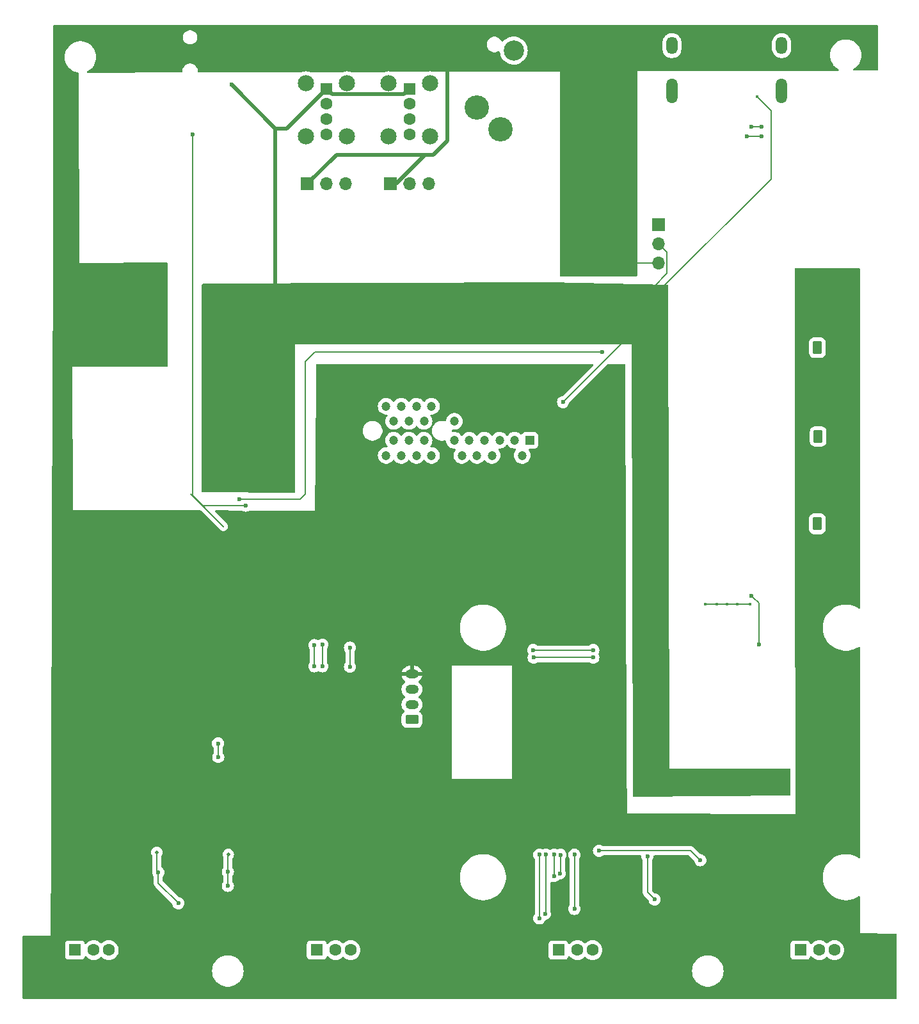
<source format=gbr>
%TF.GenerationSoftware,KiCad,Pcbnew,8.0.8*%
%TF.CreationDate,2025-11-24T21:21:31+01:00*%
%TF.ProjectId,RetroConsoleMk3.1,52657472-6f43-46f6-9e73-6f6c654d6b33,rev?*%
%TF.SameCoordinates,PX237a085PY9f06730*%
%TF.FileFunction,Copper,L2,Bot*%
%TF.FilePolarity,Positive*%
%FSLAX46Y46*%
G04 Gerber Fmt 4.6, Leading zero omitted, Abs format (unit mm)*
G04 Created by KiCad (PCBNEW 8.0.8) date 2025-11-24 21:21:31*
%MOMM*%
%LPD*%
G01*
G04 APERTURE LIST*
G04 Aperture macros list*
%AMRoundRect*
0 Rectangle with rounded corners*
0 $1 Rounding radius*
0 $2 $3 $4 $5 $6 $7 $8 $9 X,Y pos of 4 corners*
0 Add a 4 corners polygon primitive as box body*
4,1,4,$2,$3,$4,$5,$6,$7,$8,$9,$2,$3,0*
0 Add four circle primitives for the rounded corners*
1,1,$1+$1,$2,$3*
1,1,$1+$1,$4,$5*
1,1,$1+$1,$6,$7*
1,1,$1+$1,$8,$9*
0 Add four rect primitives between the rounded corners*
20,1,$1+$1,$2,$3,$4,$5,0*
20,1,$1+$1,$4,$5,$6,$7,0*
20,1,$1+$1,$6,$7,$8,$9,0*
20,1,$1+$1,$8,$9,$2,$3,0*%
G04 Aperture macros list end*
%TA.AperFunction,ComponentPad*%
%ADD10R,1.600000X1.500000*%
%TD*%
%TA.AperFunction,ComponentPad*%
%ADD11C,1.600000*%
%TD*%
%TA.AperFunction,ComponentPad*%
%ADD12C,3.000000*%
%TD*%
%TA.AperFunction,ComponentPad*%
%ADD13R,1.700000X1.700000*%
%TD*%
%TA.AperFunction,ComponentPad*%
%ADD14O,1.700000X1.700000*%
%TD*%
%TA.AperFunction,ComponentPad*%
%ADD15RoundRect,0.250000X-0.350000X-0.625000X0.350000X-0.625000X0.350000X0.625000X-0.350000X0.625000X0*%
%TD*%
%TA.AperFunction,ComponentPad*%
%ADD16O,1.200000X1.750000*%
%TD*%
%TA.AperFunction,ComponentPad*%
%ADD17R,2.415000X2.415000*%
%TD*%
%TA.AperFunction,ComponentPad*%
%ADD18C,3.225000*%
%TD*%
%TA.AperFunction,ComponentPad*%
%ADD19C,2.685000*%
%TD*%
%TA.AperFunction,ComponentPad*%
%ADD20R,1.600000X1.600000*%
%TD*%
%TA.AperFunction,ComponentPad*%
%ADD21C,2.150000*%
%TD*%
%TA.AperFunction,ComponentPad*%
%ADD22R,1.200000X1.200000*%
%TD*%
%TA.AperFunction,ComponentPad*%
%ADD23C,1.200000*%
%TD*%
%TA.AperFunction,ComponentPad*%
%ADD24O,1.500000X3.300000*%
%TD*%
%TA.AperFunction,ComponentPad*%
%ADD25O,1.500000X2.300000*%
%TD*%
%TA.AperFunction,ComponentPad*%
%ADD26RoundRect,0.250000X0.625000X-0.350000X0.625000X0.350000X-0.625000X0.350000X-0.625000X-0.350000X0*%
%TD*%
%TA.AperFunction,ComponentPad*%
%ADD27O,1.750000X1.200000*%
%TD*%
%TA.AperFunction,ViaPad*%
%ADD28C,0.600000*%
%TD*%
%TA.AperFunction,ViaPad*%
%ADD29C,0.500000*%
%TD*%
%TA.AperFunction,ViaPad*%
%ADD30C,0.400000*%
%TD*%
%TA.AperFunction,Conductor*%
%ADD31C,0.200000*%
%TD*%
%TA.AperFunction,Conductor*%
%ADD32C,0.500000*%
%TD*%
%TA.AperFunction,Conductor*%
%ADD33C,0.127000*%
%TD*%
G04 APERTURE END LIST*
D10*
%TO.P,J7,1,VBUS*%
%TO.N,VCC*%
X106049995Y9360000D03*
D11*
%TO.P,J7,2,D-*%
%TO.N,Net-(IC1-USBDM_DN4{slash}PRT_DIS_M4)*%
X108549995Y9360000D03*
%TO.P,J7,3,D+*%
%TO.N,Net-(IC1-USBDP_DN4{slash}PRT_DIS_P4)*%
X110549995Y9360000D03*
%TO.P,J7,4,GND*%
%TO.N,GND*%
X113049995Y9360000D03*
D12*
%TO.P,J7,5,Shield*%
X102979995Y6650000D03*
X116119995Y6650000D03*
%TD*%
D13*
%TO.P,J16,1,Pin_1*%
%TO.N,GND*%
X40824995Y110700000D03*
D14*
%TO.P,J16,2,Pin_2*%
%TO.N,Net-(J16-Pin_2)*%
X43364995Y110700000D03*
%TO.P,J16,3,Pin_3*%
%TO.N,GND_SUPPLY*%
X45904995Y110700000D03*
%TD*%
D15*
%TO.P,J11,1,Pin_1*%
%TO.N,GPIO4*%
X108299995Y65750000D03*
D16*
%TO.P,J11,2,Pin_2*%
%TO.N,GND*%
X110299995Y65750000D03*
%TD*%
D17*
%TO.P,J10,1,SLEEVE*%
%TO.N,GND*%
X63034495Y130256500D03*
D18*
%TO.P,J10,2,TIP*%
%TO.N,AUDIO_OUT_L*%
X63254495Y120856500D03*
%TO.P,J10,3,TIP_SWITCH_*%
%TO.N,unconnected-(J10-TIP_SWITCH_-Pad3)*%
X66324495Y117956500D03*
D19*
%TO.P,J10,5,RING*%
%TO.N,AUDIO_OUT_R*%
X68114495Y128356500D03*
%TD*%
D20*
%TO.P,J15,1,VBUS*%
%TO.N,VCC*%
X54299995Y123295000D03*
D11*
%TO.P,J15,2,D-*%
%TO.N,unconnected-(J15-D--Pad2)*%
X54299995Y121295000D03*
%TO.P,J15,3,D+*%
%TO.N,unconnected-(J15-D+-Pad3)*%
X54299995Y119295000D03*
%TO.P,J15,4,GND*%
%TO.N,Net-(J15-GND)*%
X54299995Y117295000D03*
D21*
%TO.P,J15,5,Shield*%
X57019995Y124025000D03*
X51579995Y124025000D03*
X57019995Y117025000D03*
X51579995Y117025000D03*
%TD*%
D10*
%TO.P,J5,1,VBUS*%
%TO.N,VCC*%
X42049995Y9360000D03*
D11*
%TO.P,J5,2,D-*%
%TO.N,Net-(IC1-USBDM_DN2{slash}PRT_DIS_M2)*%
X44549995Y9360000D03*
%TO.P,J5,3,D+*%
%TO.N,Net-(IC1-USBDP_DN2{slash}PRT_DIS_P2)*%
X46549995Y9360000D03*
%TO.P,J5,4,GND*%
%TO.N,GND*%
X49049995Y9360000D03*
D12*
%TO.P,J5,5,Shield*%
X38979995Y6650000D03*
X52119995Y6650000D03*
%TD*%
D15*
%TO.P,J13,1,Pin_1*%
%TO.N,GPIO6*%
X108299995Y89050000D03*
D16*
%TO.P,J13,2,Pin_2*%
%TO.N,GND*%
X110299995Y89050000D03*
%TD*%
D20*
%TO.P,J2,1,VBUS*%
%TO.N,VCC*%
X43349995Y123295000D03*
D11*
%TO.P,J2,2,D-*%
%TO.N,unconnected-(J2-D--Pad2)*%
X43349995Y121295000D03*
%TO.P,J2,3,D+*%
%TO.N,unconnected-(J2-D+-Pad3)*%
X43349995Y119295000D03*
%TO.P,J2,4,GND*%
%TO.N,Net-(J16-Pin_2)*%
X43349995Y117295000D03*
D21*
%TO.P,J2,5,Shield*%
X46069995Y124025000D03*
X40629995Y124025000D03*
X46069995Y117025000D03*
X40629995Y117025000D03*
%TD*%
D15*
%TO.P,J12,1,Pin_1*%
%TO.N,GPIO5*%
X108399995Y77300000D03*
D16*
%TO.P,J12,2,Pin_2*%
%TO.N,GND*%
X110399995Y77300000D03*
%TD*%
D10*
%TO.P,J6,1,VBUS*%
%TO.N,VCC*%
X74049995Y9360000D03*
D11*
%TO.P,J6,2,D-*%
%TO.N,Net-(IC1-USBDM_DN3{slash}PRT_DIS_M3)*%
X76549995Y9360000D03*
%TO.P,J6,3,D+*%
%TO.N,Net-(IC1-USBDP_DN3{slash}PRT_DIS_P3)*%
X78549995Y9360000D03*
%TO.P,J6,4,GND*%
%TO.N,GND*%
X81049995Y9360000D03*
D12*
%TO.P,J6,5,Shield*%
X70979995Y6650000D03*
X84119995Y6650000D03*
%TD*%
D13*
%TO.P,J17,1,Pin_1*%
%TO.N,GND*%
X51759995Y110700000D03*
D14*
%TO.P,J17,2,Pin_2*%
%TO.N,Net-(J15-GND)*%
X54299995Y110700000D03*
%TO.P,J17,3,Pin_3*%
%TO.N,GND_SUPPLY*%
X56839995Y110700000D03*
%TD*%
D22*
%TO.P,J9,A1,A1*%
%TO.N,VCC*%
X70249995Y76800003D03*
D23*
%TO.P,J9,A2,A2*%
X69249995Y74800003D03*
%TO.P,J9,A3,A3*%
%TO.N,3V3*%
X68249995Y76800003D03*
%TO.P,J9,A4,A4*%
%TO.N,GND*%
X67249995Y74800003D03*
%TO.P,J9,A5,A5*%
%TO.N,SD_CLK*%
X66249995Y76800003D03*
%TO.P,J9,A6,A6*%
%TO.N,SD_CMD*%
X65249995Y74800003D03*
%TO.P,J9,A7,A7*%
%TO.N,SD_DAT0*%
X64249995Y76800003D03*
%TO.P,J9,A8,A8*%
%TO.N,SD_DAT1*%
X63249995Y74800003D03*
%TO.P,J9,A9,A9*%
%TO.N,SD_DAT2*%
X62249995Y76800003D03*
%TO.P,J9,A10,A10*%
%TO.N,SD_DAT3*%
X61249995Y74800003D03*
%TO.P,J9,A11,A11*%
%TO.N,unconnected-(J9-PadA11)*%
X60249995Y76800003D03*
%TO.P,J9,A12,A12*%
%TO.N,unconnected-(J9-PadA12)*%
X57249995Y74800003D03*
%TO.P,J9,A13,A13*%
%TO.N,unconnected-(J9-PadA13)*%
X56249995Y76800003D03*
%TO.P,J9,A14,A14*%
%TO.N,unconnected-(J9-PadA14)*%
X55249995Y74800003D03*
%TO.P,J9,A15,A15*%
%TO.N,unconnected-(J9-PadA15)*%
X54249995Y76800003D03*
%TO.P,J9,A16,A16*%
%TO.N,unconnected-(J9-PadA16)*%
X53249995Y74800003D03*
%TO.P,J9,A17,A17*%
%TO.N,CARD_PRESENT*%
X52249995Y76800003D03*
%TO.P,J9,A18,A18*%
%TO.N,unconnected-(J9-PadA18)*%
X51249995Y74800003D03*
%TO.P,J9,B1,B1*%
%TO.N,GND*%
X70249995Y79300003D03*
%TO.P,J9,B2,B2*%
X69249995Y81300003D03*
%TO.P,J9,B3,B3*%
X68249995Y79300003D03*
%TO.P,J9,B4,B4*%
X67249995Y81300003D03*
%TO.P,J9,B5,B5*%
X66249995Y79300003D03*
%TO.P,J9,B6,B6*%
X65249995Y81300003D03*
%TO.P,J9,B7,B7*%
X64249995Y79300003D03*
%TO.P,J9,B8,B8*%
X63249995Y81300003D03*
%TO.P,J9,B9,B9*%
X62249995Y79300003D03*
%TO.P,J9,B10,B10*%
X61249995Y81300003D03*
%TO.P,J9,B11,B11*%
%TO.N,unconnected-(J9-PadB11)*%
X60249995Y79300003D03*
%TO.P,J9,B12,B12*%
%TO.N,unconnected-(J9-PadB12)*%
X57249995Y81300003D03*
%TO.P,J9,B13,B13*%
%TO.N,unconnected-(J9-PadB13)*%
X56249995Y79300003D03*
%TO.P,J9,B14,B14*%
%TO.N,unconnected-(J9-PadB14)*%
X55249995Y81300003D03*
%TO.P,J9,B15,B15*%
%TO.N,unconnected-(J9-PadB15)*%
X54249995Y79300003D03*
%TO.P,J9,B16,B16*%
%TO.N,unconnected-(J9-PadB16)*%
X53249995Y81300003D03*
%TO.P,J9,B17,B17*%
%TO.N,unconnected-(J9-PadB17)*%
X52249995Y79300003D03*
%TO.P,J9,B18,B18*%
%TO.N,unconnected-(J9-PadB18)*%
X51249995Y81300003D03*
%TD*%
D24*
%TO.P,J4,SH*%
%TO.N,N/C*%
X89049995Y123040000D03*
X103549995Y123040000D03*
D25*
X89049995Y129000000D03*
X103549995Y129000000D03*
%TD*%
D26*
%TO.P,J14,1,Pin_1*%
%TO.N,GPIO5*%
X54649995Y39850000D03*
D27*
%TO.P,J14,2,Pin_2*%
%TO.N,GPIO4*%
X54649995Y41850000D03*
%TO.P,J14,3,Pin_3*%
%TO.N,GPIO6*%
X54649995Y43850000D03*
%TO.P,J14,4,Pin_4*%
%TO.N,GND*%
X54649995Y45850000D03*
%TD*%
D10*
%TO.P,J3,1,VBUS*%
%TO.N,VCC*%
X10049995Y9360000D03*
D11*
%TO.P,J3,2,D-*%
%TO.N,Net-(IC1-USBDM_DN1{slash}PRT_DIS_M1)*%
X12549995Y9360000D03*
%TO.P,J3,3,D+*%
%TO.N,Net-(IC1-USBDP_DN1{slash}PRT_DIS_P1)*%
X14549995Y9360000D03*
%TO.P,J3,4,GND*%
%TO.N,GND*%
X17049995Y9360000D03*
D12*
%TO.P,J3,5,Shield*%
X6979995Y6650000D03*
X20119995Y6650000D03*
%TD*%
D13*
%TO.P,J18,1,Pin_1*%
%TO.N,GPIO7*%
X87299995Y105330000D03*
D14*
%TO.P,J18,2,Pin_2*%
%TO.N,VCC*%
X87299995Y102790000D03*
%TO.P,J18,3,Pin_3*%
%TO.N,GND*%
X87299995Y100250000D03*
%TD*%
D28*
%TO.N,3V3*%
X30299995Y17850000D03*
D29*
X30349995Y22000000D03*
X20899995Y22300000D03*
D28*
X21099995Y19650000D03*
X23749995Y15550000D03*
X30299995Y19750000D03*
%TO.N,GND*%
X84749995Y21100000D03*
D29*
X78549995Y106070000D03*
D28*
X80749995Y21200000D03*
D29*
X80974995Y113600000D03*
D30*
X96349995Y55100000D03*
D28*
X88749995Y21100000D03*
D30*
X12799995Y46500000D03*
X81049995Y16000000D03*
X99349995Y55100000D03*
X32299995Y23700000D03*
D29*
X76914995Y113600000D03*
D30*
X24299995Y28450000D03*
X93149995Y16000000D03*
D28*
X19849995Y89600000D03*
D30*
X26449995Y32115000D03*
D28*
X97749995Y128000000D03*
X87049995Y21500000D03*
X81949995Y55100000D03*
D30*
X87799995Y16000000D03*
X20799995Y28400000D03*
X85149995Y16000000D03*
X19799995Y24320000D03*
D29*
X80974995Y110100000D03*
D28*
X82499995Y49100000D03*
X19749995Y95000000D03*
D30*
X97699995Y55100000D03*
D28*
X11449995Y94900000D03*
D29*
X76849995Y120400000D03*
D28*
X11349995Y90200000D03*
D30*
X94999995Y55100000D03*
X25749995Y19750000D03*
D29*
X81029995Y120400000D03*
D28*
X93149995Y128000000D03*
X19749995Y92600000D03*
D30*
X93449995Y55100000D03*
D28*
X56074995Y21150000D03*
X83149995Y21100000D03*
D30*
X83149995Y16000000D03*
D29*
X76724995Y110100000D03*
D30*
X25949995Y27200000D03*
D28*
X11449995Y92900000D03*
X95149995Y21100000D03*
X99949995Y21100000D03*
D30*
X88749995Y16000000D03*
X78099995Y100600000D03*
D28*
X95149995Y128000000D03*
%TO.N,VCC*%
X33949995Y70150000D03*
X42799995Y49750000D03*
X102749995Y30600000D03*
D30*
X100299995Y122280000D03*
D28*
X102349995Y30200000D03*
X30799995Y123850000D03*
X103649995Y30700000D03*
X42799995Y46900000D03*
X28549995Y71100000D03*
X74649995Y81850000D03*
%TO.N,SD_DAT1*%
X74199995Y19500000D03*
X74299995Y21950000D03*
%TO.N,SD_DAT2*%
X71499995Y13550000D03*
X71499995Y21973000D03*
%TO.N,SD_DAT3*%
X72399995Y21973000D03*
X72249995Y14150000D03*
%TO.N,SD_DAT0*%
X73449995Y21973000D03*
X73449995Y19150000D03*
%TO.N,SD_CLK*%
X76149995Y21973000D03*
X76149995Y14800000D03*
%TO.N,USB_D+*%
X70749995Y48050000D03*
X78649995Y48050000D03*
%TO.N,USB_D-*%
X29026995Y34900000D03*
X78649995Y49050000D03*
X28999995Y36700000D03*
X70699995Y49050000D03*
%TO.N,HDMI_CEC*%
X100949995Y117000000D03*
X98949995Y117000000D03*
%TO.N,HDMI_SDA*%
X99549995Y118250000D03*
X100949995Y118250000D03*
X100549995Y49750000D03*
X99549995Y56250000D03*
%TO.N,GPIO7*%
X41749995Y49700000D03*
X79799995Y88500000D03*
X31799995Y69000000D03*
X41749995Y46900000D03*
%TO.N,LED_ACTIVITY*%
X25599995Y117300000D03*
X46449995Y46850000D03*
X32649995Y68150000D03*
X46449995Y49377000D03*
%TO.N,AUDIO_R*%
X86749995Y16050000D03*
X85799995Y21750000D03*
%TO.N,Net-(Module1A-SD_CMD)*%
X92799995Y21250000D03*
X79399995Y22500000D03*
%TD*%
D31*
%TO.N,3V3*%
X23749995Y15550000D02*
X23799995Y15500000D01*
X30299995Y17850000D02*
X30299995Y19750000D01*
X20899995Y19850000D02*
X21099995Y19650000D01*
X21099995Y19650000D02*
X21099995Y18200000D01*
X30299995Y21950000D02*
X30349995Y22000000D01*
X20899995Y22300000D02*
X20899995Y19850000D01*
X21099995Y18200000D02*
X23749995Y15550000D01*
X30349995Y22000000D02*
X30249995Y22000000D01*
X30299995Y19750000D02*
X30299995Y21950000D01*
D32*
%TO.N,GND*%
X59349995Y116400000D02*
X59349995Y117513693D01*
X44656841Y114531846D02*
X56368149Y114531846D01*
D31*
X51759995Y110700000D02*
X52536302Y110700000D01*
D32*
X40824995Y110700000D02*
X44656841Y114531846D01*
X59349995Y116400000D02*
X57481841Y114531846D01*
D31*
X87299995Y100250000D02*
X87259495Y100209500D01*
D32*
X57481841Y114531846D02*
X56368149Y114531846D01*
D31*
X84149995Y100250000D02*
X84099995Y100300000D01*
X99349995Y55100000D02*
X93449995Y55100000D01*
D32*
X52536302Y110700000D02*
X56368149Y114531846D01*
X59349995Y117513693D02*
X59349995Y126900000D01*
D31*
X87299995Y100250000D02*
X84149995Y100250000D01*
D32*
%TO.N,VCC*%
X36599995Y113950000D02*
X36599995Y96550000D01*
D33*
X101499995Y121080000D02*
X101499995Y121050000D01*
X102149995Y115000000D02*
X102149995Y111350000D01*
D32*
X36599995Y118050000D02*
X38104995Y118050000D01*
X43349995Y123295000D02*
X44071995Y122573000D01*
D33*
X102149995Y120400000D02*
X102149995Y115000000D01*
D32*
X38104995Y118050000D02*
X43349995Y123295000D01*
D31*
X42799995Y49750000D02*
X42799995Y46900000D01*
D32*
X36599995Y96550000D02*
X36549995Y96500000D01*
D31*
X88376995Y101713000D02*
X88376995Y98877000D01*
D33*
X102149995Y111350000D02*
X87549995Y96750000D01*
D32*
X53577995Y122573000D02*
X54299995Y123295000D01*
D31*
X82949995Y90150000D02*
X82949995Y90200000D01*
X74649995Y81850000D02*
X82949995Y90150000D01*
X88376995Y98877000D02*
X86649995Y97150000D01*
X87299995Y102790000D02*
X88376995Y101713000D01*
D32*
X44071995Y122573000D02*
X53577995Y122573000D01*
D33*
X100299995Y122280000D02*
X101499995Y121080000D01*
D32*
X36599995Y118050000D02*
X36599995Y113950000D01*
D33*
X101499995Y121050000D02*
X102149995Y120400000D01*
D32*
X30799995Y123850000D02*
X36599995Y118050000D01*
D31*
%TO.N,SD_DAT1*%
X74299995Y19600000D02*
X74299995Y21950000D01*
X74199995Y19500000D02*
X74299995Y19600000D01*
%TO.N,SD_DAT2*%
X71499995Y13650000D02*
X71399995Y13550000D01*
X71499995Y21973000D02*
X71499995Y13550000D01*
%TO.N,SD_DAT3*%
X72399995Y21973000D02*
X72399995Y14300000D01*
X72399995Y14300000D02*
X72249995Y14150000D01*
%TO.N,SD_DAT0*%
X73449995Y19150000D02*
X73449995Y21973000D01*
%TO.N,SD_CLK*%
X76149995Y14950000D02*
X75999995Y14800000D01*
X76149995Y21973000D02*
X76149995Y14800000D01*
%TO.N,USB_D+*%
X78649995Y48050000D02*
X70749995Y48050000D01*
%TO.N,USB_D-*%
X29026995Y36673000D02*
X28999995Y36700000D01*
X78649995Y49050000D02*
X70699995Y49050000D01*
X29026995Y34900000D02*
X29026995Y36673000D01*
%TO.N,HDMI_CEC*%
X100949995Y117000000D02*
X98949995Y117000000D01*
%TO.N,HDMI_SDA*%
X99799995Y56000000D02*
X99549995Y56250000D01*
X100549995Y49750000D02*
X100549995Y55250000D01*
X99549995Y118250000D02*
X100949995Y118250000D01*
X100949995Y118250000D02*
X101049995Y118250000D01*
X100549995Y55250000D02*
X99799995Y56000000D01*
%TO.N,GPIO7*%
X41849995Y88500000D02*
X40549995Y87200000D01*
X40549995Y87200000D02*
X40549995Y69650000D01*
X79799995Y88500000D02*
X41849995Y88500000D01*
X40549995Y69650000D02*
X39899995Y69000000D01*
X41749995Y49700000D02*
X41749995Y46900000D01*
X39899995Y69000000D02*
X31799995Y69000000D01*
%TO.N,LED_ACTIVITY*%
X46449995Y46850000D02*
X46449995Y49377000D01*
X26949995Y68150000D02*
X25399995Y69700000D01*
X25399995Y69700000D02*
X29699995Y65400000D01*
X32649995Y68150000D02*
X26949995Y68150000D01*
X25599995Y69500000D02*
X25599995Y117300000D01*
X29699995Y65400000D02*
X25599995Y69500000D01*
%TO.N,AUDIO_R*%
X85799995Y17000000D02*
X85799995Y21750000D01*
X86749995Y16050000D02*
X85799995Y17000000D01*
%TO.N,Net-(Module1A-SD_CMD)*%
X91549995Y22500000D02*
X92799995Y21250000D01*
X79399995Y22500000D02*
X91549995Y22500000D01*
%TD*%
%TA.AperFunction,Conductor*%
%TO.N,GND*%
G36*
X116293034Y131680315D02*
G01*
X116338789Y131627511D01*
X116349995Y131576000D01*
X116349995Y125823650D01*
X116330310Y125756611D01*
X116277506Y125710856D01*
X116226347Y125699650D01*
X113113092Y125690823D01*
X113045997Y125710318D01*
X113000092Y125762992D01*
X112989953Y125832122D01*
X113018797Y125895760D01*
X113048309Y125920770D01*
X113253240Y126045390D01*
X113474144Y126225109D01*
X113668519Y126433233D01*
X113832744Y126665887D01*
X113963759Y126918735D01*
X114059125Y127187068D01*
X114117064Y127465888D01*
X114136498Y127750000D01*
X114117064Y128034112D01*
X114059125Y128312932D01*
X114052610Y128331262D01*
X113963760Y128581262D01*
X113963761Y128581262D01*
X113893247Y128717348D01*
X113832744Y128834113D01*
X113668519Y129066767D01*
X113668515Y129066771D01*
X113668514Y129066773D01*
X113536483Y129208142D01*
X113474144Y129274891D01*
X113253240Y129454610D01*
X113253238Y129454611D01*
X113253236Y129454613D01*
X113009920Y129602577D01*
X112748723Y129716030D01*
X112474512Y129792861D01*
X112474508Y129792862D01*
X112474507Y129792862D01*
X112333445Y129812251D01*
X112192384Y129831639D01*
X112192383Y129831639D01*
X111907607Y129831639D01*
X111907606Y129831639D01*
X111625483Y129792862D01*
X111625477Y129792861D01*
X111351266Y129716030D01*
X111090069Y129602577D01*
X110846753Y129454613D01*
X110625849Y129274894D01*
X110431475Y129066773D01*
X110267246Y128834114D01*
X110136229Y128581262D01*
X110040866Y128312938D01*
X110040865Y128312935D01*
X109982925Y128034107D01*
X109963492Y127750000D01*
X109982925Y127465894D01*
X110040865Y127187066D01*
X110040866Y127187063D01*
X110136229Y126918739D01*
X110136228Y126918739D01*
X110196663Y126802106D01*
X110267246Y126665887D01*
X110412143Y126460614D01*
X110431475Y126433228D01*
X110503719Y126355875D01*
X110625846Y126225109D01*
X110846750Y126045390D01*
X111061544Y125914771D01*
X111108595Y125863121D01*
X111120253Y125794231D01*
X111092816Y125729974D01*
X111034994Y125690751D01*
X110997467Y125684824D01*
X84499968Y125609688D01*
X84499993Y100018886D01*
X84499995Y98624000D01*
X84480311Y98556961D01*
X84427507Y98511206D01*
X84375995Y98500000D01*
X74324224Y98500000D01*
X74257185Y98519685D01*
X74211430Y98572489D01*
X74200224Y98624229D01*
X74249908Y125580624D01*
X57502093Y125533136D01*
X57472794Y125536562D01*
X57267216Y125585916D01*
X57267217Y125585916D01*
X57019995Y125605372D01*
X56772772Y125585916D01*
X56555679Y125533797D01*
X56527084Y125530371D01*
X52117889Y125517869D01*
X52073051Y125526721D01*
X52072986Y125526519D01*
X52071308Y125527064D01*
X52070093Y125527304D01*
X52068355Y125528024D01*
X51827223Y125585915D01*
X51579995Y125605372D01*
X51332766Y125585915D01*
X51091633Y125528024D01*
X51091629Y125528023D01*
X51082485Y125524235D01*
X51035392Y125514799D01*
X46645353Y125502351D01*
X46597549Y125511790D01*
X46558359Y125528023D01*
X46317223Y125585915D01*
X46069995Y125605372D01*
X45822766Y125585915D01*
X45581636Y125528025D01*
X45534509Y125508505D01*
X45487412Y125499068D01*
X41242340Y125487031D01*
X41194536Y125496470D01*
X41118359Y125528023D01*
X40877223Y125585915D01*
X40629995Y125605372D01*
X40382766Y125585915D01*
X40141631Y125528023D01*
X40141629Y125528023D01*
X40057016Y125492975D01*
X40009916Y125483536D01*
X26451847Y125445092D01*
X26384752Y125464587D01*
X26338847Y125517261D01*
X26327495Y125569092D01*
X26327495Y125701201D01*
X26327494Y125701205D01*
X26325574Y125710856D01*
X26288009Y125899711D01*
X26210554Y126086704D01*
X26210553Y126086705D01*
X26210550Y126086711D01*
X26098107Y126254993D01*
X26098104Y126254997D01*
X25954991Y126398110D01*
X25954987Y126398113D01*
X25786705Y126510556D01*
X25786696Y126510561D01*
X25599706Y126588014D01*
X25599698Y126588016D01*
X25401199Y126627500D01*
X25401195Y126627500D01*
X25198795Y126627500D01*
X25198790Y126627500D01*
X25000291Y126588016D01*
X25000283Y126588014D01*
X24813293Y126510561D01*
X24813284Y126510556D01*
X24645002Y126398113D01*
X24644998Y126398110D01*
X24501885Y126254997D01*
X24501882Y126254993D01*
X24389439Y126086711D01*
X24389434Y126086702D01*
X24311981Y125899712D01*
X24311979Y125899704D01*
X24272495Y125701205D01*
X24272495Y125562561D01*
X24252810Y125495522D01*
X24200006Y125449767D01*
X24148847Y125438561D01*
X11795496Y125403532D01*
X11728401Y125423027D01*
X11682496Y125475701D01*
X11672357Y125544831D01*
X11701201Y125608469D01*
X11745744Y125641267D01*
X11759922Y125647425D01*
X12003240Y125795390D01*
X12224144Y125975109D01*
X12418519Y126183233D01*
X12582744Y126415887D01*
X12713759Y126668735D01*
X12809125Y126937068D01*
X12867064Y127215888D01*
X12886498Y127500000D01*
X12867064Y127784112D01*
X12809125Y128062932D01*
X12798245Y128093544D01*
X12720275Y128312932D01*
X12713760Y128331262D01*
X12713761Y128331262D01*
X12625510Y128501578D01*
X12582744Y128584113D01*
X12418519Y128816767D01*
X12418515Y128816771D01*
X12418514Y128816773D01*
X12353396Y128886497D01*
X12224144Y129024891D01*
X12003240Y129204610D01*
X12003238Y129204611D01*
X12003236Y129204613D01*
X11759920Y129352577D01*
X11498723Y129466030D01*
X11224512Y129542861D01*
X11224508Y129542862D01*
X11224507Y129542862D01*
X11083445Y129562251D01*
X10942384Y129581639D01*
X10942383Y129581639D01*
X10657607Y129581639D01*
X10657606Y129581639D01*
X10375483Y129542862D01*
X10375477Y129542861D01*
X10101266Y129466030D01*
X9840069Y129352577D01*
X9596753Y129204613D01*
X9375849Y129024894D01*
X9181475Y128816773D01*
X9017246Y128584114D01*
X8886229Y128331262D01*
X8790866Y128062938D01*
X8790865Y128062935D01*
X8732925Y127784107D01*
X8713492Y127500000D01*
X8732925Y127215894D01*
X8732925Y127215890D01*
X8732926Y127215888D01*
X8747341Y127146517D01*
X8790865Y126937066D01*
X8790866Y126937063D01*
X8886229Y126668739D01*
X8886228Y126668739D01*
X8994070Y126460614D01*
X9017246Y126415887D01*
X9151913Y126225107D01*
X9181475Y126183228D01*
X9253719Y126105875D01*
X9375846Y125975109D01*
X9596750Y125795390D01*
X9596752Y125795389D01*
X9596753Y125795388D01*
X9840069Y125647424D01*
X10020409Y125569092D01*
X10101268Y125533970D01*
X10375483Y125457138D01*
X10443176Y125447834D01*
X10506910Y125419204D01*
X10545049Y125360662D01*
X10550290Y125325481D01*
X10649902Y100223027D01*
X10649903Y100223026D01*
X10649995Y100200000D01*
X7149995Y100200000D01*
X7149995Y130191356D01*
X24372495Y130191356D01*
X24372495Y130008645D01*
X24408136Y129829466D01*
X24408138Y129829458D01*
X24478053Y129660667D01*
X24478058Y129660658D01*
X24579558Y129508754D01*
X24579561Y129508750D01*
X24708744Y129379567D01*
X24708748Y129379564D01*
X24860652Y129278064D01*
X24860661Y129278059D01*
X24898898Y129262221D01*
X25029453Y129208143D01*
X25208639Y129172501D01*
X25208643Y129172500D01*
X25208644Y129172500D01*
X25391347Y129172500D01*
X25391348Y129172501D01*
X25570537Y129208143D01*
X25690190Y129257705D01*
X64546995Y129257705D01*
X64546995Y129055296D01*
X64586479Y128856797D01*
X64586481Y128856789D01*
X64663934Y128669799D01*
X64663939Y128669790D01*
X64776382Y128501508D01*
X64776385Y128501504D01*
X64919498Y128358391D01*
X64919502Y128358388D01*
X65087784Y128245945D01*
X65087790Y128245942D01*
X65087791Y128245941D01*
X65274784Y128168486D01*
X65416124Y128140372D01*
X65473290Y128129001D01*
X65473294Y128129000D01*
X65473295Y128129000D01*
X65675696Y128129000D01*
X65675697Y128129001D01*
X65874206Y128168486D01*
X66061199Y128245941D01*
X66087598Y128263580D01*
X66154275Y128284459D01*
X66221655Y128265975D01*
X66268346Y128213997D01*
X66280174Y128169325D01*
X66285594Y128093539D01*
X66329791Y127890372D01*
X66341632Y127835941D01*
X66392870Y127698567D01*
X66433761Y127588933D01*
X66433763Y127588929D01*
X66560100Y127357560D01*
X66560105Y127357552D01*
X66718083Y127146517D01*
X66718099Y127146499D01*
X66904493Y126960105D01*
X66904511Y126960089D01*
X67115546Y126802111D01*
X67115554Y126802106D01*
X67346923Y126675769D01*
X67346927Y126675767D01*
X67346929Y126675766D01*
X67593936Y126583637D01*
X67722737Y126555618D01*
X67851533Y126527600D01*
X67851535Y126527600D01*
X67851539Y126527599D01*
X68085216Y126510887D01*
X68114494Y126508792D01*
X68114495Y126508792D01*
X68114496Y126508792D01*
X68140839Y126510677D01*
X68377451Y126527599D01*
X68635054Y126583637D01*
X68882061Y126675766D01*
X69113441Y126802109D01*
X69324486Y126960095D01*
X69510900Y127146509D01*
X69668886Y127357554D01*
X69795229Y127588934D01*
X69887358Y127835941D01*
X69943396Y128093544D01*
X69962203Y128356500D01*
X69943396Y128619456D01*
X69887358Y128877059D01*
X69795229Y129124066D01*
X69768781Y129172501D01*
X69668889Y129355441D01*
X69668884Y129355449D01*
X69561856Y129498423D01*
X87799495Y129498423D01*
X87799495Y128501578D01*
X87830285Y128307174D01*
X87891112Y128119971D01*
X87978447Y127948567D01*
X87980471Y127944595D01*
X88096167Y127785354D01*
X88235349Y127646172D01*
X88394590Y127530476D01*
X88454403Y127500000D01*
X88569965Y127441118D01*
X88569967Y127441118D01*
X88569970Y127441116D01*
X88670312Y127408513D01*
X88757168Y127380291D01*
X88951573Y127349500D01*
X88951578Y127349500D01*
X89148417Y127349500D01*
X89342821Y127380291D01*
X89530020Y127441116D01*
X89705400Y127530476D01*
X89864641Y127646172D01*
X90003823Y127785354D01*
X90119519Y127944595D01*
X90208879Y128119975D01*
X90269704Y128307174D01*
X90277516Y128356499D01*
X90300495Y128501578D01*
X90300495Y129498423D01*
X102299495Y129498423D01*
X102299495Y128501578D01*
X102330285Y128307174D01*
X102391112Y128119971D01*
X102478447Y127948567D01*
X102480471Y127944595D01*
X102596167Y127785354D01*
X102735349Y127646172D01*
X102894590Y127530476D01*
X102954403Y127500000D01*
X103069965Y127441118D01*
X103069967Y127441118D01*
X103069970Y127441116D01*
X103170312Y127408513D01*
X103257168Y127380291D01*
X103451573Y127349500D01*
X103451578Y127349500D01*
X103648417Y127349500D01*
X103842821Y127380291D01*
X104030020Y127441116D01*
X104205400Y127530476D01*
X104364641Y127646172D01*
X104503823Y127785354D01*
X104619519Y127944595D01*
X104708879Y128119975D01*
X104769704Y128307174D01*
X104777516Y128356499D01*
X104800495Y128501578D01*
X104800495Y129498423D01*
X104769704Y129692827D01*
X104737200Y129792862D01*
X104708879Y129880025D01*
X104708877Y129880028D01*
X104708877Y129880030D01*
X104643342Y130008649D01*
X104619519Y130055405D01*
X104503823Y130214646D01*
X104364641Y130353828D01*
X104205400Y130469524D01*
X104030024Y130558883D01*
X103842821Y130619710D01*
X103648417Y130650500D01*
X103648412Y130650500D01*
X103451578Y130650500D01*
X103451573Y130650500D01*
X103257168Y130619710D01*
X103069965Y130558883D01*
X102894589Y130469524D01*
X102803736Y130403515D01*
X102735349Y130353828D01*
X102735347Y130353826D01*
X102735346Y130353826D01*
X102596169Y130214649D01*
X102596169Y130214648D01*
X102596167Y130214646D01*
X102546480Y130146259D01*
X102480471Y130055406D01*
X102391112Y129880030D01*
X102330285Y129692827D01*
X102299495Y129498423D01*
X90300495Y129498423D01*
X90269704Y129692827D01*
X90237200Y129792862D01*
X90208879Y129880025D01*
X90208877Y129880028D01*
X90208877Y129880030D01*
X90143342Y130008649D01*
X90119519Y130055405D01*
X90003823Y130214646D01*
X89864641Y130353828D01*
X89705400Y130469524D01*
X89530024Y130558883D01*
X89342821Y130619710D01*
X89148417Y130650500D01*
X89148412Y130650500D01*
X88951578Y130650500D01*
X88951573Y130650500D01*
X88757168Y130619710D01*
X88569965Y130558883D01*
X88394589Y130469524D01*
X88303736Y130403515D01*
X88235349Y130353828D01*
X88235347Y130353826D01*
X88235346Y130353826D01*
X88096169Y130214649D01*
X88096169Y130214648D01*
X88096167Y130214646D01*
X88046480Y130146259D01*
X87980471Y130055406D01*
X87891112Y129880030D01*
X87830285Y129692827D01*
X87799495Y129498423D01*
X69561856Y129498423D01*
X69510906Y129566484D01*
X69510890Y129566502D01*
X69324496Y129752896D01*
X69324478Y129752912D01*
X69113443Y129910890D01*
X69113435Y129910895D01*
X68882066Y130037232D01*
X68882062Y130037234D01*
X68788417Y130072162D01*
X68635054Y130129363D01*
X68635050Y130129364D01*
X68635047Y130129365D01*
X68377456Y130185401D01*
X68114496Y130204208D01*
X68114494Y130204208D01*
X67851533Y130185401D01*
X67593942Y130129365D01*
X67593937Y130129364D01*
X67593936Y130129363D01*
X67534215Y130107089D01*
X67346927Y130037234D01*
X67346923Y130037232D01*
X67115554Y129910895D01*
X67115546Y129910890D01*
X66904511Y129752912D01*
X66904493Y129752896D01*
X66718099Y129566502D01*
X66715193Y129563147D01*
X66714134Y129564065D01*
X66663044Y129525846D01*
X66593351Y129520886D01*
X66532039Y129554392D01*
X66505190Y129594590D01*
X66485054Y129643204D01*
X66485050Y129643211D01*
X66372607Y129811493D01*
X66372604Y129811497D01*
X66229491Y129954610D01*
X66229487Y129954613D01*
X66061205Y130067056D01*
X66061196Y130067061D01*
X65874206Y130144514D01*
X65874198Y130144516D01*
X65675699Y130184000D01*
X65675695Y130184000D01*
X65473295Y130184000D01*
X65473290Y130184000D01*
X65274791Y130144516D01*
X65274783Y130144514D01*
X65087793Y130067061D01*
X65087784Y130067056D01*
X64919502Y129954613D01*
X64919498Y129954610D01*
X64776385Y129811497D01*
X64776382Y129811493D01*
X64663939Y129643211D01*
X64663934Y129643202D01*
X64586481Y129456212D01*
X64586479Y129456204D01*
X64546995Y129257705D01*
X25690190Y129257705D01*
X25739331Y129278060D01*
X25891242Y129379564D01*
X26020431Y129508753D01*
X26121935Y129660664D01*
X26191852Y129829458D01*
X26227495Y130008649D01*
X26227495Y130191351D01*
X26191852Y130370542D01*
X26121935Y130539336D01*
X26121934Y130539337D01*
X26121931Y130539343D01*
X26020431Y130691247D01*
X26020428Y130691251D01*
X25891245Y130820434D01*
X25891241Y130820437D01*
X25739337Y130921937D01*
X25739328Y130921942D01*
X25570537Y130991857D01*
X25570529Y130991859D01*
X25391350Y131027500D01*
X25391346Y131027500D01*
X25208644Y131027500D01*
X25208639Y131027500D01*
X25029460Y130991859D01*
X25029452Y130991857D01*
X24860661Y130921942D01*
X24860652Y130921937D01*
X24708748Y130820437D01*
X24708744Y130820434D01*
X24579561Y130691251D01*
X24579558Y130691247D01*
X24478058Y130539343D01*
X24478053Y130539334D01*
X24408138Y130370543D01*
X24408136Y130370535D01*
X24372495Y130191356D01*
X7149995Y130191356D01*
X7149995Y131576000D01*
X7169680Y131643039D01*
X7222484Y131688794D01*
X7273995Y131700000D01*
X116225995Y131700000D01*
X116293034Y131680315D01*
G37*
%TD.AperFunction*%
%TD*%
%TA.AperFunction,Conductor*%
%TO.N,VCC*%
G36*
X72901447Y97699973D02*
G01*
X88428656Y97402326D01*
X88495305Y97381360D01*
X88540040Y97327689D01*
X88550279Y97278639D01*
X88699994Y33350001D01*
X88699995Y33350000D01*
X104625995Y33350000D01*
X104693034Y33330315D01*
X104738789Y33277511D01*
X104749995Y33226000D01*
X104749995Y29923114D01*
X104730310Y29856075D01*
X104677506Y29810320D01*
X104626885Y29799117D01*
X83974572Y29650895D01*
X83907393Y29670098D01*
X83861260Y29722572D01*
X83849682Y29774578D01*
X83699995Y89500000D01*
X83699994Y89500000D01*
X39199995Y89500000D01*
X39199995Y69974504D01*
X39180310Y69907465D01*
X39127506Y69861710D01*
X39075493Y69850505D01*
X26973493Y69899501D01*
X26906534Y69919457D01*
X26860993Y69972446D01*
X26849995Y70023500D01*
X26849995Y97376538D01*
X26869680Y97443577D01*
X26922484Y97489332D01*
X26973452Y97500537D01*
X72898575Y97699994D01*
X72901447Y97699973D01*
G37*
%TD.AperFunction*%
%TD*%
%TA.AperFunction,Conductor*%
%TO.N,GND*%
G36*
X22292347Y100279936D02*
G01*
X22338448Y100227434D01*
X22349995Y100175182D01*
X22349995Y86624000D01*
X22330310Y86556961D01*
X22277506Y86511206D01*
X22225995Y86500000D01*
X9749995Y86500000D01*
X9775329Y67549967D01*
X26675953Y67523639D01*
X26742961Y67503850D01*
X26763440Y67487320D01*
X29331277Y64919482D01*
X29331279Y64919480D01*
X29418090Y64869361D01*
X29418092Y64869359D01*
X29462289Y64843842D01*
X29468210Y64840423D01*
X29509134Y64829458D01*
X29620938Y64799499D01*
X29620939Y64799499D01*
X29779051Y64799499D01*
X29779053Y64799499D01*
X29931780Y64840423D01*
X30068711Y64919480D01*
X30180515Y65031284D01*
X30259572Y65168215D01*
X30300496Y65320942D01*
X30300496Y65479057D01*
X30259572Y65631784D01*
X30259572Y65631785D01*
X30230634Y65681905D01*
X30180515Y65768716D01*
X28640470Y67308761D01*
X28606985Y67370084D01*
X28611969Y67439776D01*
X28653841Y67495709D01*
X28719305Y67520126D01*
X28728326Y67520442D01*
X32120203Y67515158D01*
X32185979Y67496153D01*
X32300473Y67424211D01*
X32455159Y67370084D01*
X32470740Y67364632D01*
X32470745Y67364631D01*
X32649991Y67344435D01*
X32649995Y67344435D01*
X32649999Y67344435D01*
X32829244Y67364631D01*
X32829246Y67364632D01*
X32829250Y67364632D01*
X32829253Y67364634D01*
X32829257Y67364634D01*
X32895835Y67387932D01*
X32999517Y67424211D01*
X33111391Y67494507D01*
X33177545Y67513511D01*
X41842388Y67500012D01*
X41849994Y67500000D01*
X41849994Y67500001D01*
X41849995Y67500000D01*
X41901866Y74208668D01*
X41906438Y74800004D01*
X50144780Y74800004D01*
X50144780Y74800003D01*
X50163597Y74596921D01*
X50219412Y74400756D01*
X50219417Y74400743D01*
X50310322Y74218182D01*
X50433232Y74055422D01*
X50583953Y73918023D01*
X50583955Y73918021D01*
X50683136Y73856611D01*
X50757358Y73810655D01*
X50947539Y73736979D01*
X51148019Y73699503D01*
X51148021Y73699503D01*
X51351969Y73699503D01*
X51351971Y73699503D01*
X51552451Y73736979D01*
X51742632Y73810655D01*
X51916036Y73918022D01*
X52066759Y74055424D01*
X52151041Y74167033D01*
X52207150Y74208668D01*
X52276862Y74213359D01*
X52338044Y74179617D01*
X52348949Y74167032D01*
X52433232Y74055422D01*
X52583953Y73918023D01*
X52583955Y73918021D01*
X52683136Y73856611D01*
X52757358Y73810655D01*
X52947539Y73736979D01*
X53148019Y73699503D01*
X53148021Y73699503D01*
X53351969Y73699503D01*
X53351971Y73699503D01*
X53552451Y73736979D01*
X53742632Y73810655D01*
X53916036Y73918022D01*
X54066759Y74055424D01*
X54151041Y74167033D01*
X54207150Y74208668D01*
X54276862Y74213359D01*
X54338044Y74179617D01*
X54348949Y74167032D01*
X54433232Y74055422D01*
X54583953Y73918023D01*
X54583955Y73918021D01*
X54683136Y73856611D01*
X54757358Y73810655D01*
X54947539Y73736979D01*
X55148019Y73699503D01*
X55148021Y73699503D01*
X55351969Y73699503D01*
X55351971Y73699503D01*
X55552451Y73736979D01*
X55742632Y73810655D01*
X55916036Y73918022D01*
X56066759Y74055424D01*
X56151041Y74167033D01*
X56207150Y74208668D01*
X56276862Y74213359D01*
X56338044Y74179617D01*
X56348949Y74167032D01*
X56433232Y74055422D01*
X56583953Y73918023D01*
X56583955Y73918021D01*
X56683136Y73856611D01*
X56757358Y73810655D01*
X56947539Y73736979D01*
X57148019Y73699503D01*
X57148021Y73699503D01*
X57351969Y73699503D01*
X57351971Y73699503D01*
X57552451Y73736979D01*
X57742632Y73810655D01*
X57916036Y73918022D01*
X58066759Y74055424D01*
X58189668Y74218182D01*
X58280577Y74400753D01*
X58336392Y74596920D01*
X58355210Y74800003D01*
X58336392Y75003086D01*
X58280577Y75199253D01*
X58189668Y75381824D01*
X58066759Y75544582D01*
X58066757Y75544585D01*
X57916036Y75681984D01*
X57916034Y75681986D01*
X57742637Y75789348D01*
X57742630Y75789352D01*
X57605551Y75842456D01*
X57552451Y75863027D01*
X57351971Y75900503D01*
X57198794Y75900503D01*
X57131755Y75920188D01*
X57086000Y75972992D01*
X57076056Y76042150D01*
X57099840Y76099230D01*
X57139788Y76152130D01*
X57189668Y76218182D01*
X57280577Y76400753D01*
X57336392Y76596920D01*
X57355210Y76800003D01*
X57336392Y77003086D01*
X57280577Y77199253D01*
X57279464Y77201488D01*
X57236267Y77288239D01*
X57189668Y77381824D01*
X57066759Y77544582D01*
X57066757Y77544585D01*
X56916036Y77681984D01*
X56916034Y77681986D01*
X56742637Y77789348D01*
X56742630Y77789352D01*
X56647541Y77826189D01*
X56552451Y77863027D01*
X56351971Y77900503D01*
X56148019Y77900503D01*
X55947539Y77863027D01*
X55947536Y77863027D01*
X55947536Y77863026D01*
X55757359Y77789352D01*
X55757352Y77789348D01*
X55583955Y77681986D01*
X55583953Y77681984D01*
X55433232Y77544584D01*
X55348949Y77432975D01*
X55292840Y77391339D01*
X55223128Y77386648D01*
X55161946Y77420390D01*
X55151041Y77432975D01*
X55113181Y77483109D01*
X55066759Y77544582D01*
X55026856Y77580958D01*
X54916036Y77681984D01*
X54916034Y77681986D01*
X54742637Y77789348D01*
X54742630Y77789352D01*
X54647541Y77826189D01*
X54552451Y77863027D01*
X54351971Y77900503D01*
X54148019Y77900503D01*
X53947539Y77863027D01*
X53947536Y77863027D01*
X53947536Y77863026D01*
X53757359Y77789352D01*
X53757352Y77789348D01*
X53583955Y77681986D01*
X53583953Y77681984D01*
X53433232Y77544584D01*
X53348949Y77432975D01*
X53292840Y77391339D01*
X53223128Y77386648D01*
X53161946Y77420390D01*
X53151041Y77432975D01*
X53113181Y77483109D01*
X53066759Y77544582D01*
X53026856Y77580958D01*
X52916036Y77681984D01*
X52916034Y77681986D01*
X52742637Y77789348D01*
X52742630Y77789352D01*
X52647541Y77826189D01*
X52552451Y77863027D01*
X52351971Y77900503D01*
X52148019Y77900503D01*
X51947539Y77863027D01*
X51947536Y77863027D01*
X51947536Y77863026D01*
X51757359Y77789352D01*
X51757352Y77789348D01*
X51583955Y77681986D01*
X51583953Y77681984D01*
X51433232Y77544585D01*
X51310322Y77381825D01*
X51219417Y77199264D01*
X51219412Y77199251D01*
X51163597Y77003086D01*
X51144780Y76800004D01*
X51144780Y76800003D01*
X51163597Y76596921D01*
X51219412Y76400756D01*
X51219417Y76400743D01*
X51310322Y76218182D01*
X51400150Y76099230D01*
X51424842Y76033868D01*
X51410277Y75965534D01*
X51361079Y75915921D01*
X51301196Y75900503D01*
X51148019Y75900503D01*
X50947539Y75863027D01*
X50947536Y75863027D01*
X50947536Y75863026D01*
X50757359Y75789352D01*
X50757352Y75789348D01*
X50583955Y75681986D01*
X50583953Y75681984D01*
X50433232Y75544585D01*
X50310322Y75381825D01*
X50219417Y75199264D01*
X50219412Y75199251D01*
X50163597Y75003086D01*
X50144780Y74800004D01*
X41906438Y74800004D01*
X41932360Y78152517D01*
X48147495Y78152517D01*
X48147495Y77947490D01*
X48172542Y77789351D01*
X48179566Y77745000D01*
X48215062Y77635757D01*
X48242922Y77550012D01*
X48335999Y77367341D01*
X48456497Y77201488D01*
X48456501Y77201483D01*
X48601474Y77056510D01*
X48601479Y77056506D01*
X48746145Y76951402D01*
X48767336Y76936005D01*
X48883733Y76876698D01*
X48950003Y76842931D01*
X48950005Y76842931D01*
X48950008Y76842929D01*
X49144992Y76779574D01*
X49257488Y76761757D01*
X49347482Y76747503D01*
X49347486Y76747503D01*
X49552508Y76747503D01*
X49633501Y76760332D01*
X49754998Y76779574D01*
X49949982Y76842929D01*
X50132654Y76936005D01*
X50298517Y77056511D01*
X50443487Y77201481D01*
X50563993Y77367344D01*
X50657069Y77550016D01*
X50720424Y77745000D01*
X50744038Y77894095D01*
X50752495Y77947490D01*
X50752495Y78152517D01*
X57297495Y78152517D01*
X57297495Y77947490D01*
X57322542Y77789351D01*
X57329566Y77745000D01*
X57365062Y77635757D01*
X57392922Y77550012D01*
X57485999Y77367341D01*
X57606497Y77201488D01*
X57606501Y77201483D01*
X57751474Y77056510D01*
X57751479Y77056506D01*
X57896145Y76951402D01*
X57917336Y76936005D01*
X58033733Y76876698D01*
X58100003Y76842931D01*
X58100005Y76842931D01*
X58100008Y76842929D01*
X58294992Y76779574D01*
X58407488Y76761757D01*
X58497482Y76747503D01*
X58497486Y76747503D01*
X58702508Y76747503D01*
X58818214Y76765830D01*
X58904998Y76779574D01*
X58992129Y76807886D01*
X59061967Y76809882D01*
X59121801Y76773802D01*
X59152630Y76711101D01*
X59153917Y76701396D01*
X59163597Y76596921D01*
X59219412Y76400756D01*
X59219417Y76400743D01*
X59310322Y76218182D01*
X59433232Y76055422D01*
X59583953Y75918023D01*
X59583955Y75918021D01*
X59587347Y75915921D01*
X59757358Y75810655D01*
X59947539Y75736979D01*
X60148019Y75699503D01*
X60148021Y75699503D01*
X60301196Y75699503D01*
X60368235Y75679818D01*
X60413990Y75627014D01*
X60423934Y75557856D01*
X60400150Y75500776D01*
X60310322Y75381825D01*
X60219417Y75199264D01*
X60219412Y75199251D01*
X60163597Y75003086D01*
X60144780Y74800004D01*
X60144780Y74800003D01*
X60163597Y74596921D01*
X60219412Y74400756D01*
X60219417Y74400743D01*
X60310322Y74218182D01*
X60433232Y74055422D01*
X60583953Y73918023D01*
X60583955Y73918021D01*
X60683136Y73856611D01*
X60757358Y73810655D01*
X60947539Y73736979D01*
X61148019Y73699503D01*
X61148021Y73699503D01*
X61351969Y73699503D01*
X61351971Y73699503D01*
X61552451Y73736979D01*
X61742632Y73810655D01*
X61916036Y73918022D01*
X62066759Y74055424D01*
X62151041Y74167033D01*
X62207150Y74208668D01*
X62276862Y74213359D01*
X62338044Y74179617D01*
X62348949Y74167032D01*
X62433232Y74055422D01*
X62583953Y73918023D01*
X62583955Y73918021D01*
X62683136Y73856611D01*
X62757358Y73810655D01*
X62947539Y73736979D01*
X63148019Y73699503D01*
X63148021Y73699503D01*
X63351969Y73699503D01*
X63351971Y73699503D01*
X63552451Y73736979D01*
X63742632Y73810655D01*
X63916036Y73918022D01*
X64066759Y74055424D01*
X64151041Y74167033D01*
X64207150Y74208668D01*
X64276862Y74213359D01*
X64338044Y74179617D01*
X64348949Y74167032D01*
X64433232Y74055422D01*
X64583953Y73918023D01*
X64583955Y73918021D01*
X64683136Y73856611D01*
X64757358Y73810655D01*
X64947539Y73736979D01*
X65148019Y73699503D01*
X65148021Y73699503D01*
X65351969Y73699503D01*
X65351971Y73699503D01*
X65552451Y73736979D01*
X65742632Y73810655D01*
X65916036Y73918022D01*
X66066759Y74055424D01*
X66189668Y74218182D01*
X66280577Y74400753D01*
X66336392Y74596920D01*
X66355210Y74800003D01*
X66336392Y75003086D01*
X66280577Y75199253D01*
X66189668Y75381824D01*
X66099840Y75500776D01*
X66075148Y75566138D01*
X66089713Y75634472D01*
X66138911Y75684085D01*
X66198794Y75699503D01*
X66351969Y75699503D01*
X66351971Y75699503D01*
X66552451Y75736979D01*
X66742632Y75810655D01*
X66916036Y75918022D01*
X67066759Y76055424D01*
X67151041Y76167033D01*
X67207150Y76208668D01*
X67276862Y76213359D01*
X67338044Y76179617D01*
X67348946Y76167036D01*
X67360202Y76152130D01*
X67433232Y76055422D01*
X67583953Y75918023D01*
X67583955Y75918021D01*
X67587347Y75915921D01*
X67757358Y75810655D01*
X67947539Y75736979D01*
X68148019Y75699503D01*
X68148021Y75699503D01*
X68301196Y75699503D01*
X68368235Y75679818D01*
X68413990Y75627014D01*
X68423934Y75557856D01*
X68400150Y75500776D01*
X68310322Y75381825D01*
X68219417Y75199264D01*
X68219412Y75199251D01*
X68163597Y75003086D01*
X68144780Y74800004D01*
X68144780Y74800003D01*
X68163597Y74596921D01*
X68219412Y74400756D01*
X68219417Y74400743D01*
X68310322Y74218182D01*
X68433232Y74055422D01*
X68583953Y73918023D01*
X68583955Y73918021D01*
X68683136Y73856611D01*
X68757358Y73810655D01*
X68947539Y73736979D01*
X69148019Y73699503D01*
X69148021Y73699503D01*
X69351969Y73699503D01*
X69351971Y73699503D01*
X69552451Y73736979D01*
X69742632Y73810655D01*
X69916036Y73918022D01*
X70066759Y74055424D01*
X70189668Y74218182D01*
X70280577Y74400753D01*
X70336392Y74596920D01*
X70355210Y74800003D01*
X70336392Y75003086D01*
X70280577Y75199253D01*
X70189668Y75381824D01*
X70099839Y75500777D01*
X70075147Y75566139D01*
X70089712Y75634473D01*
X70138910Y75684086D01*
X70198793Y75699504D01*
X70897866Y75699504D01*
X70897867Y75699504D01*
X70957478Y75705912D01*
X71092326Y75756207D01*
X71207541Y75842457D01*
X71293791Y75957672D01*
X71344086Y76092520D01*
X71350495Y76152130D01*
X71350494Y77447875D01*
X71344086Y77507486D01*
X71330249Y77544584D01*
X71293792Y77642332D01*
X71293788Y77642339D01*
X71207542Y77757548D01*
X71207539Y77757551D01*
X71092330Y77843797D01*
X71092323Y77843801D01*
X70957477Y77894095D01*
X70957478Y77894095D01*
X70897878Y77900502D01*
X70897876Y77900503D01*
X70897868Y77900503D01*
X70897859Y77900503D01*
X69602124Y77900503D01*
X69602118Y77900502D01*
X69542511Y77894095D01*
X69407666Y77843801D01*
X69407659Y77843797D01*
X69292450Y77757551D01*
X69292447Y77757548D01*
X69206201Y77642339D01*
X69201948Y77634549D01*
X69199736Y77635757D01*
X69165835Y77590492D01*
X69100365Y77566090D01*
X69032096Y77580958D01*
X69008010Y77598139D01*
X68916036Y77681984D01*
X68916034Y77681986D01*
X68742637Y77789348D01*
X68742630Y77789352D01*
X68647541Y77826189D01*
X68552451Y77863027D01*
X68351971Y77900503D01*
X68148019Y77900503D01*
X67947539Y77863027D01*
X67947536Y77863027D01*
X67947536Y77863026D01*
X67757359Y77789352D01*
X67757352Y77789348D01*
X67583955Y77681986D01*
X67583953Y77681984D01*
X67433232Y77544584D01*
X67348949Y77432975D01*
X67292840Y77391339D01*
X67223128Y77386648D01*
X67161946Y77420390D01*
X67151041Y77432975D01*
X67113181Y77483109D01*
X67066759Y77544582D01*
X67026856Y77580958D01*
X66916036Y77681984D01*
X66916034Y77681986D01*
X66742637Y77789348D01*
X66742630Y77789352D01*
X66647541Y77826189D01*
X66552451Y77863027D01*
X66351971Y77900503D01*
X66148019Y77900503D01*
X65947539Y77863027D01*
X65947536Y77863027D01*
X65947536Y77863026D01*
X65757359Y77789352D01*
X65757352Y77789348D01*
X65583955Y77681986D01*
X65583953Y77681984D01*
X65433232Y77544584D01*
X65348949Y77432975D01*
X65292840Y77391339D01*
X65223128Y77386648D01*
X65161946Y77420390D01*
X65151041Y77432975D01*
X65113181Y77483109D01*
X65066759Y77544582D01*
X65026856Y77580958D01*
X64916036Y77681984D01*
X64916034Y77681986D01*
X64742637Y77789348D01*
X64742630Y77789352D01*
X64647541Y77826189D01*
X64552451Y77863027D01*
X64351971Y77900503D01*
X64148019Y77900503D01*
X63947539Y77863027D01*
X63947536Y77863027D01*
X63947536Y77863026D01*
X63757359Y77789352D01*
X63757352Y77789348D01*
X63583955Y77681986D01*
X63583953Y77681984D01*
X63433232Y77544584D01*
X63348949Y77432975D01*
X63292840Y77391339D01*
X63223128Y77386648D01*
X63161946Y77420390D01*
X63151041Y77432975D01*
X63113181Y77483109D01*
X63066759Y77544582D01*
X63026856Y77580958D01*
X62916036Y77681984D01*
X62916034Y77681986D01*
X62742637Y77789348D01*
X62742630Y77789352D01*
X62647541Y77826189D01*
X62552451Y77863027D01*
X62351971Y77900503D01*
X62148019Y77900503D01*
X61947539Y77863027D01*
X61947536Y77863027D01*
X61947536Y77863026D01*
X61757359Y77789352D01*
X61757352Y77789348D01*
X61583955Y77681986D01*
X61583953Y77681984D01*
X61433232Y77544584D01*
X61348949Y77432975D01*
X61292840Y77391339D01*
X61223128Y77386648D01*
X61161946Y77420390D01*
X61151041Y77432975D01*
X61113181Y77483109D01*
X61066759Y77544582D01*
X61026856Y77580958D01*
X60916036Y77681984D01*
X60916034Y77681986D01*
X60742637Y77789348D01*
X60742630Y77789352D01*
X60647541Y77826189D01*
X60552451Y77863027D01*
X60351971Y77900503D01*
X60148019Y77900503D01*
X60124652Y77896136D01*
X60049279Y77882046D01*
X59979764Y77889078D01*
X59925086Y77932576D01*
X59902604Y77998730D01*
X59902495Y78003935D01*
X59902495Y78096072D01*
X59922180Y78163111D01*
X59974984Y78208866D01*
X60044142Y78218810D01*
X60049253Y78217966D01*
X60148019Y78199503D01*
X60148021Y78199503D01*
X60351969Y78199503D01*
X60351971Y78199503D01*
X60552451Y78236979D01*
X60742632Y78310655D01*
X60916036Y78418022D01*
X61066759Y78555424D01*
X61189668Y78718182D01*
X61280577Y78900753D01*
X61336392Y79096920D01*
X61355210Y79300003D01*
X61336392Y79503086D01*
X61280577Y79699253D01*
X61189668Y79881824D01*
X61066759Y80044582D01*
X61066757Y80044585D01*
X60916036Y80181984D01*
X60916034Y80181986D01*
X60742637Y80289348D01*
X60742630Y80289352D01*
X60647541Y80326189D01*
X60552451Y80363027D01*
X60351971Y80400503D01*
X60148019Y80400503D01*
X59947539Y80363027D01*
X59947536Y80363027D01*
X59947536Y80363026D01*
X59757359Y80289352D01*
X59757352Y80289348D01*
X59583955Y80181986D01*
X59583953Y80181984D01*
X59433232Y80044585D01*
X59310322Y79881825D01*
X59219417Y79699264D01*
X59219412Y79699251D01*
X59163597Y79503085D01*
X59153917Y79398611D01*
X59128131Y79333674D01*
X59071330Y79292986D01*
X59001549Y79289466D01*
X58992142Y79292117D01*
X58904998Y79320432D01*
X58904992Y79320433D01*
X58702508Y79352503D01*
X58702504Y79352503D01*
X58497486Y79352503D01*
X58497482Y79352503D01*
X58294997Y79320433D01*
X58294995Y79320433D01*
X58294992Y79320432D01*
X58210523Y79292986D01*
X58100003Y79257076D01*
X57917332Y79163999D01*
X57751479Y79043501D01*
X57751474Y79043497D01*
X57606501Y78898524D01*
X57606497Y78898519D01*
X57485999Y78732666D01*
X57392922Y78549995D01*
X57361243Y78452498D01*
X57329566Y78355006D01*
X57329565Y78355003D01*
X57329565Y78355001D01*
X57297495Y78152517D01*
X50752495Y78152517D01*
X50727448Y78310655D01*
X50720424Y78355006D01*
X50657069Y78549990D01*
X50657067Y78549993D01*
X50657067Y78549995D01*
X50593118Y78675500D01*
X50563993Y78732662D01*
X50548596Y78753853D01*
X50443492Y78898519D01*
X50443488Y78898524D01*
X50298515Y79043497D01*
X50298510Y79043501D01*
X50132657Y79163999D01*
X50132656Y79164000D01*
X50132654Y79164001D01*
X50075608Y79193067D01*
X49949986Y79257076D01*
X49903206Y79272276D01*
X49754998Y79320432D01*
X49754992Y79320433D01*
X49552508Y79352503D01*
X49552504Y79352503D01*
X49347486Y79352503D01*
X49347482Y79352503D01*
X49144997Y79320433D01*
X49144995Y79320433D01*
X49144992Y79320432D01*
X49060523Y79292986D01*
X48950003Y79257076D01*
X48767332Y79163999D01*
X48601479Y79043501D01*
X48601474Y79043497D01*
X48456501Y78898524D01*
X48456497Y78898519D01*
X48335999Y78732666D01*
X48242922Y78549995D01*
X48211243Y78452498D01*
X48179566Y78355006D01*
X48179565Y78355003D01*
X48179565Y78355001D01*
X48147495Y78152517D01*
X41932360Y78152517D01*
X41956696Y81300004D01*
X50144780Y81300004D01*
X50144780Y81300003D01*
X50163597Y81096921D01*
X50219412Y80900756D01*
X50219417Y80900743D01*
X50310322Y80718182D01*
X50433232Y80555422D01*
X50583953Y80418023D01*
X50583955Y80418021D01*
X50612248Y80400503D01*
X50757358Y80310655D01*
X50947539Y80236979D01*
X51148019Y80199503D01*
X51148021Y80199503D01*
X51301196Y80199503D01*
X51368235Y80179818D01*
X51413990Y80127014D01*
X51423934Y80057856D01*
X51400150Y80000776D01*
X51310322Y79881825D01*
X51219417Y79699264D01*
X51219412Y79699251D01*
X51163597Y79503086D01*
X51144780Y79300004D01*
X51144780Y79300003D01*
X51163597Y79096921D01*
X51219412Y78900756D01*
X51219417Y78900743D01*
X51310322Y78718182D01*
X51433232Y78555422D01*
X51583953Y78418023D01*
X51583955Y78418021D01*
X51683136Y78356611D01*
X51757358Y78310655D01*
X51947539Y78236979D01*
X52148019Y78199503D01*
X52148021Y78199503D01*
X52351969Y78199503D01*
X52351971Y78199503D01*
X52552451Y78236979D01*
X52742632Y78310655D01*
X52916036Y78418022D01*
X53066759Y78555424D01*
X53151041Y78667033D01*
X53207150Y78708668D01*
X53276862Y78713359D01*
X53338044Y78679617D01*
X53348949Y78667032D01*
X53433232Y78555422D01*
X53583953Y78418023D01*
X53583955Y78418021D01*
X53683136Y78356611D01*
X53757358Y78310655D01*
X53947539Y78236979D01*
X54148019Y78199503D01*
X54148021Y78199503D01*
X54351969Y78199503D01*
X54351971Y78199503D01*
X54552451Y78236979D01*
X54742632Y78310655D01*
X54916036Y78418022D01*
X55066759Y78555424D01*
X55151041Y78667033D01*
X55207150Y78708668D01*
X55276862Y78713359D01*
X55338044Y78679617D01*
X55348949Y78667032D01*
X55433232Y78555422D01*
X55583953Y78418023D01*
X55583955Y78418021D01*
X55683136Y78356611D01*
X55757358Y78310655D01*
X55947539Y78236979D01*
X56148019Y78199503D01*
X56148021Y78199503D01*
X56351969Y78199503D01*
X56351971Y78199503D01*
X56552451Y78236979D01*
X56742632Y78310655D01*
X56916036Y78418022D01*
X57066759Y78555424D01*
X57189668Y78718182D01*
X57280577Y78900753D01*
X57336392Y79096920D01*
X57355210Y79300003D01*
X57336392Y79503086D01*
X57280577Y79699253D01*
X57189668Y79881824D01*
X57099840Y80000776D01*
X57075148Y80066138D01*
X57089713Y80134472D01*
X57138911Y80184085D01*
X57198794Y80199503D01*
X57351969Y80199503D01*
X57351971Y80199503D01*
X57552451Y80236979D01*
X57742632Y80310655D01*
X57916036Y80418022D01*
X58066759Y80555424D01*
X58189668Y80718182D01*
X58280577Y80900753D01*
X58336392Y81096920D01*
X58355210Y81300003D01*
X58336392Y81503086D01*
X58280577Y81699253D01*
X58251490Y81757667D01*
X58219416Y81822082D01*
X58189668Y81881824D01*
X58078337Y82029250D01*
X58066757Y82044585D01*
X57916036Y82181984D01*
X57916034Y82181986D01*
X57742637Y82289348D01*
X57742630Y82289352D01*
X57647541Y82326189D01*
X57552451Y82363027D01*
X57351971Y82400503D01*
X57148019Y82400503D01*
X56947539Y82363027D01*
X56947536Y82363027D01*
X56947536Y82363026D01*
X56757359Y82289352D01*
X56757352Y82289348D01*
X56583955Y82181986D01*
X56583953Y82181984D01*
X56433232Y82044584D01*
X56348949Y81932975D01*
X56292840Y81891339D01*
X56223128Y81886648D01*
X56161946Y81920390D01*
X56151041Y81932975D01*
X56066757Y82044584D01*
X55916036Y82181984D01*
X55916034Y82181986D01*
X55742637Y82289348D01*
X55742630Y82289352D01*
X55647541Y82326189D01*
X55552451Y82363027D01*
X55351971Y82400503D01*
X55148019Y82400503D01*
X54947539Y82363027D01*
X54947536Y82363027D01*
X54947536Y82363026D01*
X54757359Y82289352D01*
X54757352Y82289348D01*
X54583955Y82181986D01*
X54583953Y82181984D01*
X54433232Y82044584D01*
X54348949Y81932975D01*
X54292840Y81891339D01*
X54223128Y81886648D01*
X54161946Y81920390D01*
X54151041Y81932975D01*
X54066757Y82044584D01*
X53916036Y82181984D01*
X53916034Y82181986D01*
X53742637Y82289348D01*
X53742630Y82289352D01*
X53647541Y82326189D01*
X53552451Y82363027D01*
X53351971Y82400503D01*
X53148019Y82400503D01*
X52947539Y82363027D01*
X52947536Y82363027D01*
X52947536Y82363026D01*
X52757359Y82289352D01*
X52757352Y82289348D01*
X52583955Y82181986D01*
X52583953Y82181984D01*
X52433232Y82044584D01*
X52348949Y81932975D01*
X52292840Y81891339D01*
X52223128Y81886648D01*
X52161946Y81920390D01*
X52151041Y81932975D01*
X52066757Y82044584D01*
X51916036Y82181984D01*
X51916034Y82181986D01*
X51742637Y82289348D01*
X51742630Y82289352D01*
X51647541Y82326189D01*
X51552451Y82363027D01*
X51351971Y82400503D01*
X51148019Y82400503D01*
X50947539Y82363027D01*
X50947536Y82363027D01*
X50947536Y82363026D01*
X50757359Y82289352D01*
X50757352Y82289348D01*
X50583955Y82181986D01*
X50583953Y82181984D01*
X50433232Y82044585D01*
X50310322Y81881825D01*
X50219417Y81699264D01*
X50219412Y81699251D01*
X50163597Y81503086D01*
X50144780Y81300004D01*
X41956696Y81300004D01*
X41999044Y86776959D01*
X42019246Y86843844D01*
X42072402Y86889189D01*
X42123040Y86900000D01*
X78551396Y86900000D01*
X78618435Y86880315D01*
X78664190Y86827511D01*
X78674134Y86758353D01*
X78645109Y86694797D01*
X78639077Y86688319D01*
X74631460Y82680702D01*
X74570137Y82647217D01*
X74557663Y82645163D01*
X74470745Y82635370D01*
X74300473Y82575790D01*
X74147732Y82479816D01*
X74020179Y82352263D01*
X73924206Y82199524D01*
X73864626Y82029255D01*
X73864625Y82029250D01*
X73844430Y81850004D01*
X73844430Y81849997D01*
X73864625Y81670751D01*
X73864626Y81670746D01*
X73924206Y81500477D01*
X74020179Y81347738D01*
X74147733Y81220184D01*
X74300473Y81124211D01*
X74470740Y81064632D01*
X74470745Y81064631D01*
X74649991Y81044435D01*
X74649995Y81044435D01*
X74649999Y81044435D01*
X74829244Y81064631D01*
X74829247Y81064632D01*
X74829250Y81064632D01*
X74999517Y81124211D01*
X75152257Y81220184D01*
X75279811Y81347738D01*
X75375784Y81500478D01*
X75435363Y81670745D01*
X75445156Y81757671D01*
X75472221Y81822082D01*
X75480685Y81831457D01*
X80512911Y86863682D01*
X80574234Y86897166D01*
X80600592Y86900000D01*
X82776411Y86900000D01*
X82843450Y86880315D01*
X82889205Y86827511D01*
X82900410Y86776417D01*
X83077425Y34114632D01*
X83099995Y27400000D01*
X105399995Y27350000D01*
X105345911Y66425017D01*
X107199495Y66425017D01*
X107199495Y65074999D01*
X107199496Y65074982D01*
X107209995Y64972204D01*
X107209996Y64972201D01*
X107244075Y64869359D01*
X107265181Y64805666D01*
X107357283Y64656344D01*
X107481339Y64532288D01*
X107630661Y64440186D01*
X107797198Y64385001D01*
X107899986Y64374500D01*
X108700003Y64374501D01*
X108700011Y64374502D01*
X108700014Y64374502D01*
X108756297Y64380252D01*
X108802792Y64385001D01*
X108969329Y64440186D01*
X109118651Y64532288D01*
X109242707Y64656344D01*
X109334809Y64805666D01*
X109389994Y64972203D01*
X109400495Y65074991D01*
X109400494Y66425008D01*
X109389994Y66527797D01*
X109334809Y66694334D01*
X109242707Y66843656D01*
X109118651Y66967712D01*
X108969329Y67059814D01*
X108802792Y67114999D01*
X108802790Y67115000D01*
X108700005Y67125500D01*
X107899993Y67125500D01*
X107899975Y67125499D01*
X107797198Y67115000D01*
X107797195Y67114999D01*
X107630663Y67059815D01*
X107630658Y67059813D01*
X107481337Y66967711D01*
X107357284Y66843658D01*
X107265182Y66694337D01*
X107265181Y66694334D01*
X107209996Y66527797D01*
X107209996Y66527796D01*
X107209995Y66527796D01*
X107199495Y66425017D01*
X105345911Y66425017D01*
X105329925Y77975017D01*
X107299495Y77975017D01*
X107299495Y76624999D01*
X107299496Y76624982D01*
X107309995Y76522204D01*
X107309996Y76522201D01*
X107350244Y76400743D01*
X107365181Y76355666D01*
X107457283Y76206344D01*
X107581339Y76082288D01*
X107730661Y75990186D01*
X107897198Y75935001D01*
X107999986Y75924500D01*
X108800003Y75924501D01*
X108800011Y75924502D01*
X108800014Y75924502D01*
X108856297Y75930252D01*
X108902792Y75935001D01*
X109069329Y75990186D01*
X109218651Y76082288D01*
X109342707Y76206344D01*
X109434809Y76355666D01*
X109489994Y76522203D01*
X109500495Y76624991D01*
X109500494Y77975008D01*
X109489994Y78077797D01*
X109434809Y78244334D01*
X109342707Y78393656D01*
X109218651Y78517712D01*
X109069329Y78609814D01*
X108902792Y78664999D01*
X108902790Y78665000D01*
X108800005Y78675500D01*
X107999993Y78675500D01*
X107999975Y78675499D01*
X107897198Y78665000D01*
X107897195Y78664999D01*
X107730663Y78609815D01*
X107730658Y78609813D01*
X107581337Y78517711D01*
X107457284Y78393658D01*
X107365182Y78244337D01*
X107365180Y78244332D01*
X107356723Y78218810D01*
X107309996Y78077797D01*
X107309996Y78077796D01*
X107309995Y78077796D01*
X107299495Y77975017D01*
X105329925Y77975017D01*
X105313662Y89725017D01*
X107199495Y89725017D01*
X107199495Y88374999D01*
X107199496Y88374982D01*
X107209995Y88272204D01*
X107209996Y88272201D01*
X107265180Y88105669D01*
X107265181Y88105666D01*
X107357283Y87956344D01*
X107481339Y87832288D01*
X107630661Y87740186D01*
X107797198Y87685001D01*
X107899986Y87674500D01*
X108700003Y87674501D01*
X108700011Y87674502D01*
X108700014Y87674502D01*
X108758945Y87680522D01*
X108802792Y87685001D01*
X108969329Y87740186D01*
X109118651Y87832288D01*
X109242707Y87956344D01*
X109334809Y88105666D01*
X109389994Y88272203D01*
X109400495Y88374991D01*
X109400494Y89725008D01*
X109389994Y89827797D01*
X109334809Y89994334D01*
X109242707Y90143656D01*
X109118651Y90267712D01*
X108969329Y90359814D01*
X108802792Y90414999D01*
X108802790Y90415000D01*
X108700005Y90425500D01*
X107899993Y90425500D01*
X107899975Y90425499D01*
X107797198Y90415000D01*
X107797195Y90414999D01*
X107630663Y90359815D01*
X107630658Y90359813D01*
X107481337Y90267711D01*
X107357284Y90143658D01*
X107265182Y89994337D01*
X107265181Y89994334D01*
X107209996Y89827797D01*
X107209996Y89827796D01*
X107209995Y89827796D01*
X107199495Y89725017D01*
X105313662Y89725017D01*
X105300167Y99475112D01*
X105319759Y99542176D01*
X105372499Y99588004D01*
X105424879Y99599279D01*
X113826713Y99550713D01*
X113893636Y99530641D01*
X113939085Y99477574D01*
X113949995Y99426715D01*
X113949995Y54633221D01*
X113930310Y54566182D01*
X113877506Y54520427D01*
X113808348Y54510483D01*
X113760023Y54528227D01*
X113527902Y54674078D01*
X113219211Y54822736D01*
X112895813Y54935897D01*
X112895811Y54935898D01*
X112638019Y54994738D01*
X112561778Y55012139D01*
X112561775Y55012140D01*
X112561763Y55012142D01*
X112221313Y55050500D01*
X112221307Y55050500D01*
X111878683Y55050500D01*
X111878676Y55050500D01*
X111538226Y55012142D01*
X111538212Y55012139D01*
X111204178Y54935898D01*
X111204176Y54935897D01*
X110880778Y54822736D01*
X110572087Y54674078D01*
X110281978Y54491790D01*
X110014102Y54278167D01*
X109771828Y54035893D01*
X109558205Y53768017D01*
X109375917Y53477908D01*
X109227259Y53169217D01*
X109114098Y52845819D01*
X109114097Y52845817D01*
X109037856Y52511783D01*
X109037853Y52511769D01*
X108999495Y52171319D01*
X108999495Y51828682D01*
X109037853Y51488232D01*
X109037856Y51488218D01*
X109114097Y51154184D01*
X109114098Y51154182D01*
X109227259Y50830784D01*
X109375917Y50522093D01*
X109375919Y50522090D01*
X109558206Y50231982D01*
X109771829Y49964107D01*
X110014102Y49721834D01*
X110281977Y49508211D01*
X110572085Y49325924D01*
X110880780Y49177264D01*
X111204178Y49064103D01*
X111538212Y48987861D01*
X111538221Y48987860D01*
X111538226Y48987859D01*
X111765192Y48962287D01*
X111878677Y48949501D01*
X111878680Y48949500D01*
X111878683Y48949500D01*
X112221310Y48949500D01*
X112221311Y48949501D01*
X112395306Y48969105D01*
X112561763Y48987859D01*
X112561766Y48987860D01*
X112561778Y48987861D01*
X112895812Y49064103D01*
X113219210Y49177264D01*
X113527905Y49325924D01*
X113760024Y49471775D01*
X113827260Y49490774D01*
X113894095Y49470406D01*
X113939309Y49417138D01*
X113949995Y49366780D01*
X113949995Y21633221D01*
X113930310Y21566182D01*
X113877506Y21520427D01*
X113808348Y21510483D01*
X113760023Y21528227D01*
X113527902Y21674078D01*
X113219211Y21822736D01*
X112895813Y21935897D01*
X112895811Y21935898D01*
X112624872Y21997738D01*
X112561778Y22012139D01*
X112561775Y22012140D01*
X112561763Y22012142D01*
X112221313Y22050500D01*
X112221307Y22050500D01*
X111878683Y22050500D01*
X111878676Y22050500D01*
X111538226Y22012142D01*
X111538212Y22012139D01*
X111204178Y21935898D01*
X111204176Y21935897D01*
X110880778Y21822736D01*
X110572087Y21674078D01*
X110281978Y21491790D01*
X110014102Y21278167D01*
X109771828Y21035893D01*
X109558205Y20768017D01*
X109375917Y20477908D01*
X109227259Y20169217D01*
X109114098Y19845819D01*
X109114097Y19845817D01*
X109037856Y19511783D01*
X109037853Y19511769D01*
X108999495Y19171319D01*
X108999495Y18828682D01*
X109037853Y18488232D01*
X109037855Y18488220D01*
X109037856Y18488217D01*
X109041161Y18473739D01*
X109114097Y18154184D01*
X109114098Y18154182D01*
X109227259Y17830784D01*
X109375917Y17522093D01*
X109375919Y17522090D01*
X109558206Y17231982D01*
X109771829Y16964107D01*
X110014102Y16721834D01*
X110281977Y16508211D01*
X110572085Y16325924D01*
X110880780Y16177264D01*
X111204178Y16064103D01*
X111538212Y15987861D01*
X111538221Y15987860D01*
X111538226Y15987859D01*
X111765192Y15962287D01*
X111878677Y15949501D01*
X111878680Y15949500D01*
X111878683Y15949500D01*
X112221310Y15949500D01*
X112221311Y15949501D01*
X112404532Y15970144D01*
X112561763Y15987859D01*
X112561766Y15987860D01*
X112561778Y15987861D01*
X112895812Y16064103D01*
X113219210Y16177264D01*
X113527905Y16325924D01*
X113760024Y16471775D01*
X113827260Y16490774D01*
X113894095Y16470406D01*
X113939309Y16417138D01*
X113949995Y16366780D01*
X113949995Y11600000D01*
X118627289Y11551279D01*
X118694117Y11530898D01*
X118739320Y11477620D01*
X118749995Y11427286D01*
X118749995Y3024000D01*
X118730310Y2956961D01*
X118677506Y2911206D01*
X118625995Y2900000D01*
X3273995Y2900000D01*
X3206956Y2919685D01*
X3161201Y2972489D01*
X3149995Y3024000D01*
X3149995Y6581138D01*
X28213492Y6581138D01*
X28232925Y6297032D01*
X28290865Y6018204D01*
X28290866Y6018201D01*
X28386229Y5749877D01*
X28386228Y5749877D01*
X28517246Y5497025D01*
X28681475Y5264366D01*
X28753719Y5187013D01*
X28875846Y5056247D01*
X29096750Y4876528D01*
X29096752Y4876527D01*
X29096753Y4876526D01*
X29340069Y4728562D01*
X29552064Y4636481D01*
X29601268Y4615108D01*
X29875483Y4538276D01*
X30123514Y4504185D01*
X30157606Y4499499D01*
X30157607Y4499499D01*
X30442384Y4499499D01*
X30472799Y4503680D01*
X30724507Y4538276D01*
X30998722Y4615108D01*
X31259922Y4728563D01*
X31503240Y4876528D01*
X31724144Y5056247D01*
X31918519Y5264371D01*
X32082744Y5497025D01*
X32213759Y5749873D01*
X32309125Y6018206D01*
X32367064Y6297026D01*
X32386498Y6581138D01*
X91713492Y6581138D01*
X91732925Y6297032D01*
X91790865Y6018204D01*
X91790866Y6018201D01*
X91886229Y5749877D01*
X91886228Y5749877D01*
X92017246Y5497025D01*
X92181475Y5264366D01*
X92253719Y5187013D01*
X92375846Y5056247D01*
X92596750Y4876528D01*
X92596752Y4876527D01*
X92596753Y4876526D01*
X92840069Y4728562D01*
X93052064Y4636481D01*
X93101268Y4615108D01*
X93375483Y4538276D01*
X93623514Y4504185D01*
X93657606Y4499499D01*
X93657607Y4499499D01*
X93942384Y4499499D01*
X93972799Y4503680D01*
X94224507Y4538276D01*
X94498722Y4615108D01*
X94759922Y4728563D01*
X95003240Y4876528D01*
X95224144Y5056247D01*
X95418519Y5264371D01*
X95582744Y5497025D01*
X95713759Y5749873D01*
X95809125Y6018206D01*
X95867064Y6297026D01*
X95886498Y6581138D01*
X95867064Y6865250D01*
X95809125Y7144070D01*
X95713760Y7412400D01*
X95713761Y7412400D01*
X95643247Y7548486D01*
X95582744Y7665251D01*
X95418519Y7897905D01*
X95418515Y7897909D01*
X95418514Y7897911D01*
X95353396Y7967635D01*
X95224144Y8106029D01*
X95003240Y8285748D01*
X95003238Y8285749D01*
X95003236Y8285751D01*
X94759920Y8433715D01*
X94498723Y8547168D01*
X94224512Y8623999D01*
X94224508Y8624000D01*
X94224507Y8624000D01*
X94083445Y8643389D01*
X93942384Y8662777D01*
X93942383Y8662777D01*
X93657607Y8662777D01*
X93657606Y8662777D01*
X93375483Y8624000D01*
X93375477Y8623999D01*
X93101266Y8547168D01*
X92840069Y8433715D01*
X92596753Y8285751D01*
X92375849Y8106032D01*
X92181475Y7897911D01*
X92017246Y7665252D01*
X91886229Y7412400D01*
X91790866Y7144076D01*
X91790865Y7144073D01*
X91732925Y6865245D01*
X91713492Y6581138D01*
X32386498Y6581138D01*
X32367064Y6865250D01*
X32309125Y7144070D01*
X32213760Y7412400D01*
X32213761Y7412400D01*
X32143247Y7548486D01*
X32082744Y7665251D01*
X31918519Y7897905D01*
X31918515Y7897909D01*
X31918514Y7897911D01*
X31853396Y7967635D01*
X31724144Y8106029D01*
X31503240Y8285748D01*
X31503238Y8285749D01*
X31503236Y8285751D01*
X31259920Y8433715D01*
X30998723Y8547168D01*
X30724512Y8623999D01*
X30724508Y8624000D01*
X30724507Y8624000D01*
X30583445Y8643389D01*
X30442384Y8662777D01*
X30442383Y8662777D01*
X30157607Y8662777D01*
X30157606Y8662777D01*
X29875483Y8624000D01*
X29875477Y8623999D01*
X29601266Y8547168D01*
X29340069Y8433715D01*
X29096753Y8285751D01*
X28875849Y8106032D01*
X28681475Y7897911D01*
X28517246Y7665252D01*
X28386229Y7412400D01*
X28290866Y7144076D01*
X28290865Y7144073D01*
X28232925Y6865245D01*
X28213492Y6581138D01*
X3149995Y6581138D01*
X3149995Y10157865D01*
X8749495Y10157865D01*
X8749495Y8562130D01*
X8749496Y8562124D01*
X8755903Y8502517D01*
X8806197Y8367672D01*
X8806201Y8367665D01*
X8892447Y8252456D01*
X8892450Y8252453D01*
X9007659Y8166207D01*
X9007666Y8166203D01*
X9142512Y8115909D01*
X9142511Y8115909D01*
X9149439Y8115165D01*
X9202122Y8109500D01*
X10897867Y8109501D01*
X10957478Y8115909D01*
X11092326Y8166204D01*
X11207541Y8252454D01*
X11293791Y8367669D01*
X11318208Y8433133D01*
X11337797Y8485655D01*
X11379668Y8541589D01*
X11445132Y8566007D01*
X11513405Y8551156D01*
X11545938Y8524509D01*
X11546119Y8524689D01*
X11547936Y8522872D01*
X11548976Y8522020D01*
X11549955Y8520853D01*
X11710853Y8359955D01*
X11710856Y8359953D01*
X11897261Y8229432D01*
X12103499Y8133261D01*
X12323303Y8074365D01*
X12485225Y8060199D01*
X12549993Y8054532D01*
X12549995Y8054532D01*
X12549997Y8054532D01*
X12606668Y8059491D01*
X12776687Y8074365D01*
X12996491Y8133261D01*
X13202729Y8229432D01*
X13389134Y8359953D01*
X13462315Y8433135D01*
X13523636Y8466618D01*
X13593328Y8461634D01*
X13637674Y8433135D01*
X13710856Y8359953D01*
X13897261Y8229432D01*
X14103499Y8133261D01*
X14323303Y8074365D01*
X14485225Y8060199D01*
X14549993Y8054532D01*
X14549995Y8054532D01*
X14549997Y8054532D01*
X14606668Y8059491D01*
X14776687Y8074365D01*
X14996491Y8133261D01*
X15202729Y8229432D01*
X15389134Y8359953D01*
X15550042Y8520861D01*
X15680563Y8707266D01*
X15776734Y8913504D01*
X15835630Y9133308D01*
X15855463Y9360000D01*
X15835630Y9586692D01*
X15776734Y9806496D01*
X15680563Y10012734D01*
X15578942Y10157865D01*
X40749495Y10157865D01*
X40749495Y8562130D01*
X40749496Y8562124D01*
X40755903Y8502517D01*
X40806197Y8367672D01*
X40806201Y8367665D01*
X40892447Y8252456D01*
X40892450Y8252453D01*
X41007659Y8166207D01*
X41007666Y8166203D01*
X41142512Y8115909D01*
X41142511Y8115909D01*
X41149439Y8115165D01*
X41202122Y8109500D01*
X42897867Y8109501D01*
X42957478Y8115909D01*
X43092326Y8166204D01*
X43207541Y8252454D01*
X43293791Y8367669D01*
X43318208Y8433133D01*
X43337797Y8485655D01*
X43379668Y8541589D01*
X43445132Y8566007D01*
X43513405Y8551156D01*
X43545938Y8524509D01*
X43546119Y8524689D01*
X43547936Y8522872D01*
X43548976Y8522020D01*
X43549955Y8520853D01*
X43710853Y8359955D01*
X43710856Y8359953D01*
X43897261Y8229432D01*
X44103499Y8133261D01*
X44323303Y8074365D01*
X44485225Y8060199D01*
X44549993Y8054532D01*
X44549995Y8054532D01*
X44549997Y8054532D01*
X44606668Y8059491D01*
X44776687Y8074365D01*
X44996491Y8133261D01*
X45202729Y8229432D01*
X45389134Y8359953D01*
X45462315Y8433135D01*
X45523636Y8466618D01*
X45593328Y8461634D01*
X45637674Y8433135D01*
X45710856Y8359953D01*
X45897261Y8229432D01*
X46103499Y8133261D01*
X46323303Y8074365D01*
X46485225Y8060199D01*
X46549993Y8054532D01*
X46549995Y8054532D01*
X46549997Y8054532D01*
X46606668Y8059491D01*
X46776687Y8074365D01*
X46996491Y8133261D01*
X47202729Y8229432D01*
X47389134Y8359953D01*
X47550042Y8520861D01*
X47680563Y8707266D01*
X47776734Y8913504D01*
X47835630Y9133308D01*
X47855463Y9360000D01*
X47835630Y9586692D01*
X47776734Y9806496D01*
X47680563Y10012734D01*
X47578942Y10157865D01*
X72749495Y10157865D01*
X72749495Y8562130D01*
X72749496Y8562124D01*
X72755903Y8502517D01*
X72806197Y8367672D01*
X72806201Y8367665D01*
X72892447Y8252456D01*
X72892450Y8252453D01*
X73007659Y8166207D01*
X73007666Y8166203D01*
X73142512Y8115909D01*
X73142511Y8115909D01*
X73149439Y8115165D01*
X73202122Y8109500D01*
X74897867Y8109501D01*
X74957478Y8115909D01*
X75092326Y8166204D01*
X75207541Y8252454D01*
X75293791Y8367669D01*
X75318208Y8433133D01*
X75337797Y8485655D01*
X75379668Y8541589D01*
X75445132Y8566007D01*
X75513405Y8551156D01*
X75545938Y8524509D01*
X75546119Y8524689D01*
X75547936Y8522872D01*
X75548976Y8522020D01*
X75549955Y8520853D01*
X75710853Y8359955D01*
X75710856Y8359953D01*
X75897261Y8229432D01*
X76103499Y8133261D01*
X76323303Y8074365D01*
X76485225Y8060199D01*
X76549993Y8054532D01*
X76549995Y8054532D01*
X76549997Y8054532D01*
X76606668Y8059491D01*
X76776687Y8074365D01*
X76996491Y8133261D01*
X77202729Y8229432D01*
X77389134Y8359953D01*
X77462315Y8433135D01*
X77523636Y8466618D01*
X77593328Y8461634D01*
X77637674Y8433135D01*
X77710856Y8359953D01*
X77897261Y8229432D01*
X78103499Y8133261D01*
X78323303Y8074365D01*
X78485225Y8060199D01*
X78549993Y8054532D01*
X78549995Y8054532D01*
X78549997Y8054532D01*
X78606668Y8059491D01*
X78776687Y8074365D01*
X78996491Y8133261D01*
X79202729Y8229432D01*
X79389134Y8359953D01*
X79550042Y8520861D01*
X79680563Y8707266D01*
X79776734Y8913504D01*
X79835630Y9133308D01*
X79855463Y9360000D01*
X79835630Y9586692D01*
X79776734Y9806496D01*
X79680563Y10012734D01*
X79578942Y10157865D01*
X104749495Y10157865D01*
X104749495Y8562130D01*
X104749496Y8562124D01*
X104755903Y8502517D01*
X104806197Y8367672D01*
X104806201Y8367665D01*
X104892447Y8252456D01*
X104892450Y8252453D01*
X105007659Y8166207D01*
X105007666Y8166203D01*
X105142512Y8115909D01*
X105142511Y8115909D01*
X105149439Y8115165D01*
X105202122Y8109500D01*
X106897867Y8109501D01*
X106957478Y8115909D01*
X107092326Y8166204D01*
X107207541Y8252454D01*
X107293791Y8367669D01*
X107318208Y8433133D01*
X107337797Y8485655D01*
X107379668Y8541589D01*
X107445132Y8566007D01*
X107513405Y8551156D01*
X107545938Y8524509D01*
X107546119Y8524689D01*
X107547936Y8522872D01*
X107548976Y8522020D01*
X107549955Y8520853D01*
X107710853Y8359955D01*
X107710856Y8359953D01*
X107897261Y8229432D01*
X108103499Y8133261D01*
X108323303Y8074365D01*
X108485225Y8060199D01*
X108549993Y8054532D01*
X108549995Y8054532D01*
X108549997Y8054532D01*
X108606668Y8059491D01*
X108776687Y8074365D01*
X108996491Y8133261D01*
X109202729Y8229432D01*
X109389134Y8359953D01*
X109462315Y8433135D01*
X109523636Y8466618D01*
X109593328Y8461634D01*
X109637674Y8433135D01*
X109710856Y8359953D01*
X109897261Y8229432D01*
X110103499Y8133261D01*
X110323303Y8074365D01*
X110485225Y8060199D01*
X110549993Y8054532D01*
X110549995Y8054532D01*
X110549997Y8054532D01*
X110606668Y8059491D01*
X110776687Y8074365D01*
X110996491Y8133261D01*
X111202729Y8229432D01*
X111389134Y8359953D01*
X111550042Y8520861D01*
X111680563Y8707266D01*
X111776734Y8913504D01*
X111835630Y9133308D01*
X111855463Y9360000D01*
X111835630Y9586692D01*
X111776734Y9806496D01*
X111680563Y10012734D01*
X111550042Y10199139D01*
X111550040Y10199142D01*
X111389136Y10360046D01*
X111202729Y10490568D01*
X111202727Y10490569D01*
X110996492Y10586739D01*
X110996483Y10586742D01*
X110776692Y10645634D01*
X110776688Y10645635D01*
X110776687Y10645635D01*
X110776686Y10645636D01*
X110776681Y10645636D01*
X110549997Y10665468D01*
X110549993Y10665468D01*
X110323308Y10645636D01*
X110323297Y10645634D01*
X110103506Y10586742D01*
X110103497Y10586739D01*
X109897262Y10490569D01*
X109897260Y10490568D01*
X109710853Y10360046D01*
X109637676Y10286868D01*
X109576353Y10253383D01*
X109506661Y10258367D01*
X109462314Y10286868D01*
X109389136Y10360046D01*
X109202729Y10490568D01*
X109202727Y10490569D01*
X108996492Y10586739D01*
X108996483Y10586742D01*
X108776692Y10645634D01*
X108776688Y10645635D01*
X108776687Y10645635D01*
X108776686Y10645636D01*
X108776681Y10645636D01*
X108549997Y10665468D01*
X108549993Y10665468D01*
X108323308Y10645636D01*
X108323297Y10645634D01*
X108103506Y10586742D01*
X108103497Y10586739D01*
X107897262Y10490569D01*
X107897260Y10490568D01*
X107710853Y10360046D01*
X107549948Y10199141D01*
X107548968Y10197972D01*
X107548406Y10197599D01*
X107546119Y10195311D01*
X107545659Y10195771D01*
X107490797Y10159270D01*
X107420936Y10158162D01*
X107361566Y10194999D01*
X107337797Y10234345D01*
X107293792Y10352329D01*
X107293788Y10352336D01*
X107207542Y10467545D01*
X107207539Y10467548D01*
X107092330Y10553794D01*
X107092323Y10553798D01*
X106957477Y10604092D01*
X106957478Y10604092D01*
X106897878Y10610499D01*
X106897876Y10610500D01*
X106897868Y10610500D01*
X106897859Y10610500D01*
X105202124Y10610500D01*
X105202118Y10610499D01*
X105142511Y10604092D01*
X105007666Y10553798D01*
X105007659Y10553794D01*
X104892450Y10467548D01*
X104892447Y10467545D01*
X104806201Y10352336D01*
X104806197Y10352329D01*
X104755903Y10217483D01*
X104749496Y10157884D01*
X104749495Y10157865D01*
X79578942Y10157865D01*
X79550042Y10199139D01*
X79550040Y10199142D01*
X79389136Y10360046D01*
X79202729Y10490568D01*
X79202727Y10490569D01*
X78996492Y10586739D01*
X78996483Y10586742D01*
X78776692Y10645634D01*
X78776688Y10645635D01*
X78776687Y10645635D01*
X78776686Y10645636D01*
X78776681Y10645636D01*
X78549997Y10665468D01*
X78549993Y10665468D01*
X78323308Y10645636D01*
X78323297Y10645634D01*
X78103506Y10586742D01*
X78103497Y10586739D01*
X77897262Y10490569D01*
X77897260Y10490568D01*
X77710853Y10360046D01*
X77637676Y10286868D01*
X77576353Y10253383D01*
X77506661Y10258367D01*
X77462314Y10286868D01*
X77389136Y10360046D01*
X77202729Y10490568D01*
X77202727Y10490569D01*
X76996492Y10586739D01*
X76996483Y10586742D01*
X76776692Y10645634D01*
X76776688Y10645635D01*
X76776687Y10645635D01*
X76776686Y10645636D01*
X76776681Y10645636D01*
X76549997Y10665468D01*
X76549993Y10665468D01*
X76323308Y10645636D01*
X76323297Y10645634D01*
X76103506Y10586742D01*
X76103497Y10586739D01*
X75897262Y10490569D01*
X75897260Y10490568D01*
X75710853Y10360046D01*
X75549948Y10199141D01*
X75548968Y10197972D01*
X75548406Y10197599D01*
X75546119Y10195311D01*
X75545659Y10195771D01*
X75490797Y10159270D01*
X75420936Y10158162D01*
X75361566Y10194999D01*
X75337797Y10234345D01*
X75293792Y10352329D01*
X75293788Y10352336D01*
X75207542Y10467545D01*
X75207539Y10467548D01*
X75092330Y10553794D01*
X75092323Y10553798D01*
X74957477Y10604092D01*
X74957478Y10604092D01*
X74897878Y10610499D01*
X74897876Y10610500D01*
X74897868Y10610500D01*
X74897859Y10610500D01*
X73202124Y10610500D01*
X73202118Y10610499D01*
X73142511Y10604092D01*
X73007666Y10553798D01*
X73007659Y10553794D01*
X72892450Y10467548D01*
X72892447Y10467545D01*
X72806201Y10352336D01*
X72806197Y10352329D01*
X72755903Y10217483D01*
X72749496Y10157884D01*
X72749495Y10157865D01*
X47578942Y10157865D01*
X47550042Y10199139D01*
X47550040Y10199142D01*
X47389136Y10360046D01*
X47202729Y10490568D01*
X47202727Y10490569D01*
X46996492Y10586739D01*
X46996483Y10586742D01*
X46776692Y10645634D01*
X46776688Y10645635D01*
X46776687Y10645635D01*
X46776686Y10645636D01*
X46776681Y10645636D01*
X46549997Y10665468D01*
X46549993Y10665468D01*
X46323308Y10645636D01*
X46323297Y10645634D01*
X46103506Y10586742D01*
X46103497Y10586739D01*
X45897262Y10490569D01*
X45897260Y10490568D01*
X45710853Y10360046D01*
X45637676Y10286868D01*
X45576353Y10253383D01*
X45506661Y10258367D01*
X45462314Y10286868D01*
X45389136Y10360046D01*
X45202729Y10490568D01*
X45202727Y10490569D01*
X44996492Y10586739D01*
X44996483Y10586742D01*
X44776692Y10645634D01*
X44776688Y10645635D01*
X44776687Y10645635D01*
X44776686Y10645636D01*
X44776681Y10645636D01*
X44549997Y10665468D01*
X44549993Y10665468D01*
X44323308Y10645636D01*
X44323297Y10645634D01*
X44103506Y10586742D01*
X44103497Y10586739D01*
X43897262Y10490569D01*
X43897260Y10490568D01*
X43710853Y10360046D01*
X43549948Y10199141D01*
X43548968Y10197972D01*
X43548406Y10197599D01*
X43546119Y10195311D01*
X43545659Y10195771D01*
X43490797Y10159270D01*
X43420936Y10158162D01*
X43361566Y10194999D01*
X43337797Y10234345D01*
X43293792Y10352329D01*
X43293788Y10352336D01*
X43207542Y10467545D01*
X43207539Y10467548D01*
X43092330Y10553794D01*
X43092323Y10553798D01*
X42957477Y10604092D01*
X42957478Y10604092D01*
X42897878Y10610499D01*
X42897876Y10610500D01*
X42897868Y10610500D01*
X42897859Y10610500D01*
X41202124Y10610500D01*
X41202118Y10610499D01*
X41142511Y10604092D01*
X41007666Y10553798D01*
X41007659Y10553794D01*
X40892450Y10467548D01*
X40892447Y10467545D01*
X40806201Y10352336D01*
X40806197Y10352329D01*
X40755903Y10217483D01*
X40749496Y10157884D01*
X40749495Y10157865D01*
X15578942Y10157865D01*
X15550042Y10199139D01*
X15550040Y10199142D01*
X15389136Y10360046D01*
X15202729Y10490568D01*
X15202727Y10490569D01*
X14996492Y10586739D01*
X14996483Y10586742D01*
X14776692Y10645634D01*
X14776688Y10645635D01*
X14776687Y10645635D01*
X14776686Y10645636D01*
X14776681Y10645636D01*
X14549997Y10665468D01*
X14549993Y10665468D01*
X14323308Y10645636D01*
X14323297Y10645634D01*
X14103506Y10586742D01*
X14103497Y10586739D01*
X13897262Y10490569D01*
X13897260Y10490568D01*
X13710853Y10360046D01*
X13637676Y10286868D01*
X13576353Y10253383D01*
X13506661Y10258367D01*
X13462314Y10286868D01*
X13389136Y10360046D01*
X13202729Y10490568D01*
X13202727Y10490569D01*
X12996492Y10586739D01*
X12996483Y10586742D01*
X12776692Y10645634D01*
X12776688Y10645635D01*
X12776687Y10645635D01*
X12776686Y10645636D01*
X12776681Y10645636D01*
X12549997Y10665468D01*
X12549993Y10665468D01*
X12323308Y10645636D01*
X12323297Y10645634D01*
X12103506Y10586742D01*
X12103497Y10586739D01*
X11897262Y10490569D01*
X11897260Y10490568D01*
X11710853Y10360046D01*
X11549948Y10199141D01*
X11548968Y10197972D01*
X11548406Y10197599D01*
X11546119Y10195311D01*
X11545659Y10195771D01*
X11490797Y10159270D01*
X11420936Y10158162D01*
X11361566Y10194999D01*
X11337797Y10234345D01*
X11293792Y10352329D01*
X11293788Y10352336D01*
X11207542Y10467545D01*
X11207539Y10467548D01*
X11092330Y10553794D01*
X11092323Y10553798D01*
X10957477Y10604092D01*
X10957478Y10604092D01*
X10897878Y10610499D01*
X10897876Y10610500D01*
X10897868Y10610500D01*
X10897859Y10610500D01*
X9202124Y10610500D01*
X9202118Y10610499D01*
X9142511Y10604092D01*
X9007666Y10553798D01*
X9007659Y10553794D01*
X8892450Y10467548D01*
X8892447Y10467545D01*
X8806201Y10352336D01*
X8806197Y10352329D01*
X8755903Y10217483D01*
X8749496Y10157884D01*
X8749495Y10157865D01*
X3149995Y10157865D01*
X3149995Y11176000D01*
X3169680Y11243039D01*
X3222484Y11288794D01*
X3273995Y11300000D01*
X6849994Y11300000D01*
X6849995Y11300000D01*
X6887115Y22300003D01*
X20144746Y22300003D01*
X20144746Y22299998D01*
X20163681Y22131943D01*
X20219539Y21972310D01*
X20280488Y21875311D01*
X20299495Y21809338D01*
X20299495Y19936670D01*
X20299494Y19936652D01*
X20299494Y19770944D01*
X20300555Y19762886D01*
X20300071Y19762823D01*
X20302894Y19725133D01*
X20294430Y19650005D01*
X20294430Y19649997D01*
X20314625Y19470751D01*
X20314626Y19470746D01*
X20374206Y19300477D01*
X20411049Y19241842D01*
X20468457Y19150478D01*
X20470180Y19147737D01*
X20472440Y19144903D01*
X20473329Y19142725D01*
X20473884Y19141842D01*
X20473729Y19141745D01*
X20498850Y19080217D01*
X20499495Y19067588D01*
X20499495Y18286670D01*
X20499494Y18286652D01*
X20499494Y18120946D01*
X20499493Y18120946D01*
X20540418Y17968215D01*
X20569353Y17918100D01*
X20569354Y17918096D01*
X20569355Y17918096D01*
X20619474Y17831286D01*
X20619476Y17831283D01*
X20738344Y17712415D01*
X20738350Y17712410D01*
X22919293Y15531467D01*
X22952778Y15470144D01*
X22954832Y15457670D01*
X22964625Y15370751D01*
X23024205Y15200479D01*
X23056224Y15149522D01*
X23120179Y15047738D01*
X23247733Y14920184D01*
X23400473Y14824211D01*
X23469673Y14799997D01*
X23570740Y14764632D01*
X23570745Y14764631D01*
X23749991Y14744435D01*
X23749995Y14744435D01*
X23749999Y14744435D01*
X23929244Y14764631D01*
X23929247Y14764632D01*
X23929250Y14764632D01*
X24099517Y14824211D01*
X24252257Y14920184D01*
X24379811Y15047738D01*
X24475784Y15200478D01*
X24535363Y15370745D01*
X24536678Y15382413D01*
X24555560Y15549997D01*
X24555560Y15550004D01*
X24535364Y15729250D01*
X24535363Y15729255D01*
X24475784Y15899522D01*
X24379811Y16052262D01*
X24252257Y16179816D01*
X24099516Y16275790D01*
X23929244Y16335370D01*
X23842325Y16345163D01*
X23777911Y16372230D01*
X23768528Y16380702D01*
X21736814Y18412416D01*
X21703329Y18473739D01*
X21700495Y18500097D01*
X21700495Y19067588D01*
X21720180Y19134627D01*
X21727550Y19144903D01*
X21729805Y19147733D01*
X21729811Y19147738D01*
X21825784Y19300478D01*
X21885363Y19470745D01*
X21888659Y19499997D01*
X21905560Y19649997D01*
X21905560Y19650004D01*
X21894293Y19750004D01*
X29494430Y19750004D01*
X29494430Y19749997D01*
X29514625Y19570751D01*
X29514626Y19570746D01*
X29574206Y19400477D01*
X29670180Y19247737D01*
X29672440Y19244903D01*
X29673329Y19242725D01*
X29673884Y19241842D01*
X29673729Y19241745D01*
X29698850Y19180217D01*
X29699495Y19167588D01*
X29699495Y18432413D01*
X29679810Y18365374D01*
X29672445Y18355104D01*
X29670181Y18352266D01*
X29574206Y18199524D01*
X29514626Y18029255D01*
X29514625Y18029250D01*
X29494430Y17850004D01*
X29494430Y17849997D01*
X29514625Y17670751D01*
X29514626Y17670746D01*
X29574206Y17500477D01*
X29670179Y17347738D01*
X29797733Y17220184D01*
X29950473Y17124211D01*
X30079504Y17079061D01*
X30120740Y17064632D01*
X30120745Y17064631D01*
X30299991Y17044435D01*
X30299995Y17044435D01*
X30299999Y17044435D01*
X30479244Y17064631D01*
X30479247Y17064632D01*
X30479250Y17064632D01*
X30649517Y17124211D01*
X30802257Y17220184D01*
X30929811Y17347738D01*
X31025784Y17500478D01*
X31085363Y17670745D01*
X31085364Y17670751D01*
X31105560Y17849997D01*
X31105560Y17850004D01*
X31085364Y18029250D01*
X31085363Y18029255D01*
X31025783Y18199524D01*
X30972431Y18284433D01*
X30929811Y18352262D01*
X30929809Y18352264D01*
X30929808Y18352266D01*
X30927545Y18355104D01*
X30926654Y18357285D01*
X30926106Y18358158D01*
X30926259Y18358255D01*
X30901139Y18419791D01*
X30900495Y18432413D01*
X30900495Y19167588D01*
X30901591Y19171319D01*
X60999495Y19171319D01*
X60999495Y18828682D01*
X61037853Y18488232D01*
X61037855Y18488220D01*
X61037856Y18488217D01*
X61041161Y18473739D01*
X61114097Y18154184D01*
X61114098Y18154182D01*
X61227259Y17830784D01*
X61375917Y17522093D01*
X61375919Y17522090D01*
X61558206Y17231982D01*
X61771829Y16964107D01*
X62014102Y16721834D01*
X62281977Y16508211D01*
X62572085Y16325924D01*
X62880780Y16177264D01*
X63204178Y16064103D01*
X63538212Y15987861D01*
X63538221Y15987860D01*
X63538226Y15987859D01*
X63765192Y15962287D01*
X63878677Y15949501D01*
X63878680Y15949500D01*
X63878683Y15949500D01*
X64221310Y15949500D01*
X64221311Y15949501D01*
X64404532Y15970144D01*
X64561763Y15987859D01*
X64561766Y15987860D01*
X64561778Y15987861D01*
X64895812Y16064103D01*
X65219210Y16177264D01*
X65527905Y16325924D01*
X65818013Y16508211D01*
X66085888Y16721834D01*
X66328161Y16964107D01*
X66541784Y17231982D01*
X66724071Y17522090D01*
X66872731Y17830785D01*
X66985892Y18154183D01*
X67062134Y18488217D01*
X67100495Y18828688D01*
X67100495Y19171312D01*
X67063462Y19500000D01*
X67062136Y19511769D01*
X67062135Y19511774D01*
X67062134Y19511783D01*
X66985892Y19845817D01*
X66872731Y20169215D01*
X66724071Y20477910D01*
X66541784Y20768018D01*
X66328161Y21035893D01*
X66085888Y21278166D01*
X65818013Y21491789D01*
X65527905Y21674076D01*
X65527902Y21674078D01*
X65219211Y21822736D01*
X64895813Y21935897D01*
X64895811Y21935898D01*
X64733239Y21973004D01*
X70694430Y21973004D01*
X70694430Y21972997D01*
X70714625Y21793751D01*
X70714626Y21793746D01*
X70774206Y21623477D01*
X70870180Y21470737D01*
X70872440Y21467903D01*
X70873329Y21465725D01*
X70873884Y21464842D01*
X70873729Y21464745D01*
X70898850Y21403217D01*
X70899495Y21390588D01*
X70899495Y14132413D01*
X70879810Y14065374D01*
X70872445Y14055104D01*
X70870181Y14052266D01*
X70774206Y13899524D01*
X70714626Y13729255D01*
X70714625Y13729250D01*
X70694430Y13550004D01*
X70694430Y13549997D01*
X70714625Y13370751D01*
X70714626Y13370746D01*
X70774206Y13200477D01*
X70870179Y13047738D01*
X70997733Y12920184D01*
X71150473Y12824211D01*
X71320740Y12764632D01*
X71320745Y12764631D01*
X71499991Y12744435D01*
X71499995Y12744435D01*
X71499999Y12744435D01*
X71679244Y12764631D01*
X71679247Y12764632D01*
X71679250Y12764632D01*
X71849517Y12824211D01*
X72002257Y12920184D01*
X72129811Y13047738D01*
X72225784Y13200478D01*
X72251496Y13273963D01*
X72292217Y13330738D01*
X72354652Y13356228D01*
X72429250Y13364632D01*
X72599517Y13424211D01*
X72752257Y13520184D01*
X72879811Y13647738D01*
X72975784Y13800478D01*
X73035363Y13970745D01*
X73035364Y13970751D01*
X73055560Y14149997D01*
X73055560Y14150004D01*
X73035363Y14329253D01*
X73035363Y14329255D01*
X73007453Y14409018D01*
X73000495Y14449972D01*
X73000495Y18284433D01*
X73020180Y18351472D01*
X73072984Y18397227D01*
X73142142Y18407171D01*
X73165450Y18401474D01*
X73270732Y18364634D01*
X73270738Y18364633D01*
X73270740Y18364632D01*
X73270741Y18364632D01*
X73270745Y18364631D01*
X73449991Y18344435D01*
X73449995Y18344435D01*
X73449999Y18344435D01*
X73629244Y18364631D01*
X73629247Y18364632D01*
X73629250Y18364632D01*
X73799517Y18424211D01*
X73952257Y18520184D01*
X74079811Y18647738D01*
X74079813Y18647741D01*
X74081155Y18649423D01*
X74082299Y18650227D01*
X74084736Y18652663D01*
X74085162Y18652237D01*
X74138341Y18689568D01*
X74191991Y18695337D01*
X74199995Y18694435D01*
X74199996Y18694436D01*
X74199997Y18694435D01*
X74199999Y18694435D01*
X74379244Y18714631D01*
X74379247Y18714632D01*
X74379250Y18714632D01*
X74549517Y18774211D01*
X74702257Y18870184D01*
X74829811Y18997738D01*
X74925784Y19150478D01*
X74985363Y19320745D01*
X75002264Y19470746D01*
X75005560Y19499997D01*
X75005560Y19500004D01*
X74985364Y19679250D01*
X74985361Y19679263D01*
X74925785Y19849521D01*
X74919501Y19859522D01*
X74900495Y19925493D01*
X74900495Y21367588D01*
X74920180Y21434627D01*
X74927550Y21444903D01*
X74929805Y21447733D01*
X74929811Y21447738D01*
X75025784Y21600478D01*
X75085363Y21770745D01*
X75087955Y21793745D01*
X75103070Y21927903D01*
X75115929Y21958508D01*
X75112971Y21964493D01*
X75334059Y21964493D01*
X75348430Y21935415D01*
X75349510Y21927904D01*
X75364625Y21793750D01*
X75364626Y21793746D01*
X75424206Y21623477D01*
X75520180Y21470737D01*
X75522440Y21467903D01*
X75523329Y21465725D01*
X75523884Y21464842D01*
X75523729Y21464745D01*
X75548850Y21403217D01*
X75549495Y21390588D01*
X75549495Y15382413D01*
X75529810Y15315374D01*
X75522445Y15305104D01*
X75520181Y15302266D01*
X75424206Y15149524D01*
X75364626Y14979255D01*
X75364625Y14979250D01*
X75344430Y14800004D01*
X75344430Y14799997D01*
X75364625Y14620751D01*
X75364626Y14620746D01*
X75424206Y14450477D01*
X75500377Y14329253D01*
X75520179Y14297738D01*
X75647733Y14170184D01*
X75800473Y14074211D01*
X75863200Y14052262D01*
X75970740Y14014632D01*
X75970745Y14014631D01*
X76149991Y13994435D01*
X76149995Y13994435D01*
X76149999Y13994435D01*
X76329244Y14014631D01*
X76329247Y14014632D01*
X76329250Y14014632D01*
X76499517Y14074211D01*
X76652257Y14170184D01*
X76779811Y14297738D01*
X76875784Y14450478D01*
X76935363Y14620745D01*
X76935364Y14620751D01*
X76955560Y14799997D01*
X76955560Y14800004D01*
X76935364Y14979250D01*
X76935363Y14979255D01*
X76875783Y15149524D01*
X76803456Y15264631D01*
X76779811Y15302262D01*
X76779809Y15302264D01*
X76779808Y15302266D01*
X76777545Y15305104D01*
X76776654Y15307285D01*
X76776106Y15308158D01*
X76776259Y15308255D01*
X76751139Y15369791D01*
X76750495Y15382413D01*
X76750495Y21390588D01*
X76770180Y21457627D01*
X76777550Y21467903D01*
X76779805Y21470733D01*
X76779811Y21470738D01*
X76875784Y21623478D01*
X76935363Y21793745D01*
X76937120Y21809338D01*
X76955560Y21972997D01*
X76955560Y21973004D01*
X76935364Y22152250D01*
X76935363Y22152255D01*
X76883665Y22300000D01*
X76875784Y22322522D01*
X76779811Y22475262D01*
X76755069Y22500004D01*
X78594430Y22500004D01*
X78594430Y22499997D01*
X78614625Y22320751D01*
X78614626Y22320746D01*
X78674206Y22150477D01*
X78737026Y22050500D01*
X78770179Y21997738D01*
X78897733Y21870184D01*
X79050473Y21774211D01*
X79119667Y21749999D01*
X79220740Y21714632D01*
X79220745Y21714631D01*
X79399991Y21694435D01*
X79399995Y21694435D01*
X79399999Y21694435D01*
X79579244Y21714631D01*
X79579247Y21714632D01*
X79579250Y21714632D01*
X79749517Y21774211D01*
X79902257Y21870184D01*
X79902262Y21870190D01*
X79905092Y21872445D01*
X79907270Y21873335D01*
X79908153Y21873889D01*
X79908250Y21873735D01*
X79969778Y21898855D01*
X79982407Y21899500D01*
X84872519Y21899500D01*
X84939558Y21879815D01*
X84985313Y21827011D01*
X84995739Y21761614D01*
X84994430Y21749999D01*
X84994430Y21749997D01*
X85014625Y21570751D01*
X85014626Y21570746D01*
X85074206Y21400477D01*
X85080420Y21390588D01*
X85168755Y21250004D01*
X85170180Y21247737D01*
X85172440Y21244903D01*
X85173329Y21242725D01*
X85173884Y21241842D01*
X85173729Y21241745D01*
X85198850Y21180217D01*
X85199495Y21167588D01*
X85199495Y17086670D01*
X85199494Y17086652D01*
X85199494Y16920946D01*
X85199493Y16920946D01*
X85240418Y16768214D01*
X85240419Y16768213D01*
X85267196Y16721834D01*
X85319476Y16631283D01*
X85438344Y16512415D01*
X85438350Y16512410D01*
X85919293Y16031467D01*
X85952778Y15970144D01*
X85954832Y15957670D01*
X85964625Y15870751D01*
X86024205Y15700479D01*
X86118755Y15550004D01*
X86120179Y15547738D01*
X86247733Y15420184D01*
X86400473Y15324211D01*
X86463200Y15302262D01*
X86570740Y15264632D01*
X86570745Y15264631D01*
X86749991Y15244435D01*
X86749995Y15244435D01*
X86749999Y15244435D01*
X86929244Y15264631D01*
X86929247Y15264632D01*
X86929250Y15264632D01*
X87099517Y15324211D01*
X87252257Y15420184D01*
X87379811Y15547738D01*
X87475784Y15700478D01*
X87535363Y15870745D01*
X87535364Y15870751D01*
X87555560Y16049997D01*
X87555560Y16050004D01*
X87535364Y16229250D01*
X87535363Y16229255D01*
X87475783Y16399524D01*
X87430385Y16471774D01*
X87379811Y16552262D01*
X87252257Y16679816D01*
X87185386Y16721834D01*
X87099516Y16775790D01*
X86929244Y16835370D01*
X86842325Y16845163D01*
X86777911Y16872230D01*
X86768528Y16880702D01*
X86436814Y17212416D01*
X86403329Y17273739D01*
X86400495Y17300097D01*
X86400495Y21167588D01*
X86420180Y21234627D01*
X86427550Y21244903D01*
X86429805Y21247733D01*
X86429811Y21247738D01*
X86525784Y21400478D01*
X86585363Y21570745D01*
X86587410Y21588913D01*
X86605560Y21749997D01*
X86605560Y21749999D01*
X86604251Y21761614D01*
X86616304Y21830436D01*
X86663652Y21881816D01*
X86727471Y21899500D01*
X91249898Y21899500D01*
X91316937Y21879815D01*
X91337579Y21863181D01*
X91969293Y21231467D01*
X92002778Y21170144D01*
X92004832Y21157670D01*
X92014625Y21070751D01*
X92074205Y20900479D01*
X92157436Y20768018D01*
X92170179Y20747738D01*
X92297733Y20620184D01*
X92450473Y20524211D01*
X92620740Y20464632D01*
X92620745Y20464631D01*
X92799991Y20444435D01*
X92799995Y20444435D01*
X92799999Y20444435D01*
X92979244Y20464631D01*
X92979247Y20464632D01*
X92979250Y20464632D01*
X93149517Y20524211D01*
X93302257Y20620184D01*
X93429811Y20747738D01*
X93525784Y20900478D01*
X93585363Y21070745D01*
X93595157Y21157670D01*
X93605560Y21249997D01*
X93605560Y21250004D01*
X93585364Y21429250D01*
X93585363Y21429255D01*
X93578896Y21447737D01*
X93525784Y21599522D01*
X93525183Y21600478D01*
X93453456Y21714631D01*
X93429811Y21752262D01*
X93302257Y21879816D01*
X93225727Y21927903D01*
X93149516Y21975790D01*
X92979244Y22035370D01*
X92892325Y22045163D01*
X92827911Y22072230D01*
X92818528Y22080702D01*
X92037585Y22861645D01*
X92037583Y22861648D01*
X91918712Y22980519D01*
X91918704Y22980525D01*
X91816931Y23039283D01*
X91816929Y23039284D01*
X91781785Y23059575D01*
X91781784Y23059576D01*
X91769258Y23062933D01*
X91629052Y23100501D01*
X91470938Y23100501D01*
X91463342Y23100501D01*
X91463326Y23100500D01*
X79982407Y23100500D01*
X79915368Y23120185D01*
X79905092Y23127555D01*
X79902258Y23129815D01*
X79902257Y23129816D01*
X79845491Y23165485D01*
X79749518Y23225789D01*
X79579249Y23285369D01*
X79579244Y23285370D01*
X79399999Y23305565D01*
X79399991Y23305565D01*
X79220745Y23285370D01*
X79220740Y23285369D01*
X79050471Y23225789D01*
X78897732Y23129816D01*
X78770179Y23002263D01*
X78674206Y22849524D01*
X78614626Y22679255D01*
X78614625Y22679250D01*
X78594430Y22500004D01*
X76755069Y22500004D01*
X76652257Y22602816D01*
X76639261Y22610982D01*
X76499518Y22698789D01*
X76329249Y22758369D01*
X76329244Y22758370D01*
X76149999Y22778565D01*
X76149991Y22778565D01*
X75970745Y22758370D01*
X75970740Y22758369D01*
X75800471Y22698789D01*
X75647732Y22602816D01*
X75520179Y22475263D01*
X75424206Y22322524D01*
X75364626Y22152255D01*
X75364625Y22152251D01*
X75346919Y21995097D01*
X75334059Y21964493D01*
X75112971Y21964493D01*
X75101559Y21987587D01*
X75100479Y21995098D01*
X75085364Y22129250D01*
X75085363Y22129255D01*
X75025783Y22299524D01*
X74929810Y22452263D01*
X74802257Y22579816D01*
X74649518Y22675789D01*
X74479249Y22735369D01*
X74479244Y22735370D01*
X74299999Y22755565D01*
X74299991Y22755565D01*
X74120745Y22735370D01*
X74120732Y22735367D01*
X73950468Y22675789D01*
X73947469Y22674344D01*
X73945340Y22673994D01*
X73943901Y22673490D01*
X73943812Y22673743D01*
X73878527Y22662999D01*
X73827709Y22681076D01*
X73799520Y22698788D01*
X73629249Y22758369D01*
X73629244Y22758370D01*
X73449999Y22778565D01*
X73449991Y22778565D01*
X73270745Y22758370D01*
X73270740Y22758369D01*
X73100471Y22698789D01*
X72990967Y22629982D01*
X72923730Y22610982D01*
X72859023Y22629982D01*
X72749518Y22698789D01*
X72579249Y22758369D01*
X72579244Y22758370D01*
X72399999Y22778565D01*
X72399991Y22778565D01*
X72220745Y22758370D01*
X72220732Y22758367D01*
X72050475Y22698791D01*
X72015965Y22677107D01*
X71948728Y22658108D01*
X71884025Y22677107D01*
X71849514Y22698791D01*
X71679257Y22758367D01*
X71679244Y22758370D01*
X71499999Y22778565D01*
X71499991Y22778565D01*
X71320745Y22758370D01*
X71320740Y22758369D01*
X71150471Y22698789D01*
X70997732Y22602816D01*
X70870179Y22475263D01*
X70774206Y22322524D01*
X70714626Y22152255D01*
X70714625Y22152250D01*
X70694430Y21973004D01*
X64733239Y21973004D01*
X64624872Y21997738D01*
X64561778Y22012139D01*
X64561775Y22012140D01*
X64561763Y22012142D01*
X64221313Y22050500D01*
X64221307Y22050500D01*
X63878683Y22050500D01*
X63878676Y22050500D01*
X63538226Y22012142D01*
X63538212Y22012139D01*
X63204178Y21935898D01*
X63204176Y21935897D01*
X62880778Y21822736D01*
X62572087Y21674078D01*
X62281978Y21491790D01*
X62014102Y21278167D01*
X61771828Y21035893D01*
X61558205Y20768017D01*
X61375917Y20477908D01*
X61227259Y20169217D01*
X61114098Y19845819D01*
X61114097Y19845817D01*
X61037856Y19511783D01*
X61037853Y19511769D01*
X60999495Y19171319D01*
X30901591Y19171319D01*
X30920180Y19234627D01*
X30927550Y19244903D01*
X30929805Y19247733D01*
X30929811Y19247738D01*
X31025784Y19400478D01*
X31085363Y19570745D01*
X31085364Y19570751D01*
X31105560Y19749997D01*
X31105560Y19750004D01*
X31085364Y19929250D01*
X31085363Y19929255D01*
X31082768Y19936670D01*
X31025784Y20099522D01*
X30929811Y20252262D01*
X30929809Y20252264D01*
X30929808Y20252266D01*
X30927545Y20255104D01*
X30926654Y20257285D01*
X30926106Y20258158D01*
X30926259Y20258255D01*
X30901139Y20319791D01*
X30900495Y20332413D01*
X30900495Y21437771D01*
X30920180Y21504810D01*
X30936814Y21525452D01*
X30940472Y21529110D01*
X30984715Y21599522D01*
X31030447Y21672303D01*
X31030449Y21672306D01*
X31030449Y21672308D01*
X31030451Y21672310D01*
X31086308Y21831941D01*
X31086308Y21831942D01*
X31086309Y21831944D01*
X31105244Y21999998D01*
X31105244Y22000003D01*
X31086309Y22168057D01*
X31032259Y22322522D01*
X31030451Y22327690D01*
X31030450Y22327691D01*
X31030449Y22327695D01*
X31030447Y22327698D01*
X30940476Y22470885D01*
X30940471Y22470891D01*
X30820885Y22590477D01*
X30820879Y22590482D01*
X30677692Y22680453D01*
X30677689Y22680455D01*
X30518051Y22736315D01*
X30349998Y22755249D01*
X30349992Y22755249D01*
X30181938Y22736315D01*
X30022300Y22680455D01*
X30022297Y22680453D01*
X29879110Y22590482D01*
X29879104Y22590477D01*
X29759518Y22470891D01*
X29759513Y22470885D01*
X29669542Y22327698D01*
X29669540Y22327695D01*
X29613680Y22168057D01*
X29594746Y22000003D01*
X29594746Y21999998D01*
X29613681Y21831943D01*
X29669537Y21672313D01*
X29669543Y21672303D01*
X29680488Y21654885D01*
X29699495Y21588913D01*
X29699495Y20332413D01*
X29679810Y20265374D01*
X29672445Y20255104D01*
X29670181Y20252266D01*
X29574206Y20099524D01*
X29514626Y19929255D01*
X29514625Y19929250D01*
X29494430Y19750004D01*
X21894293Y19750004D01*
X21885364Y19829250D01*
X21885363Y19829255D01*
X21825783Y19999524D01*
X21762950Y20099522D01*
X21729811Y20152262D01*
X21602257Y20279816D01*
X21602256Y20279817D01*
X21558523Y20307296D01*
X21512232Y20359630D01*
X21500495Y20412290D01*
X21500495Y21809338D01*
X21519502Y21875311D01*
X21534701Y21899500D01*
X21580451Y21972310D01*
X21636308Y22131941D01*
X21655190Y22299522D01*
X21655244Y22299998D01*
X21655244Y22300003D01*
X21636309Y22468057D01*
X21593472Y22590477D01*
X21580451Y22627690D01*
X21580450Y22627691D01*
X21580449Y22627695D01*
X21580447Y22627698D01*
X21490476Y22770885D01*
X21490471Y22770891D01*
X21370885Y22890477D01*
X21370879Y22890482D01*
X21227692Y22980453D01*
X21227689Y22980455D01*
X21068051Y23036315D01*
X20899998Y23055249D01*
X20899992Y23055249D01*
X20731938Y23036315D01*
X20572300Y22980455D01*
X20572297Y22980453D01*
X20429110Y22890482D01*
X20429104Y22890477D01*
X20309518Y22770891D01*
X20309513Y22770885D01*
X20219542Y22627698D01*
X20219540Y22627695D01*
X20163680Y22468057D01*
X20144746Y22300003D01*
X6887115Y22300003D01*
X6919848Y32000000D01*
X59899995Y32000000D01*
X67849995Y32000000D01*
X67849995Y47000000D01*
X59899995Y47000000D01*
X59899995Y32000000D01*
X6919848Y32000000D01*
X6935709Y36700004D01*
X28194430Y36700004D01*
X28194430Y36699997D01*
X28214625Y36520751D01*
X28214626Y36520746D01*
X28274206Y36350477D01*
X28370179Y36197738D01*
X28390176Y36177741D01*
X28423661Y36116418D01*
X28426495Y36090060D01*
X28426495Y35482413D01*
X28406810Y35415374D01*
X28399445Y35405104D01*
X28397181Y35402266D01*
X28301206Y35249524D01*
X28241626Y35079255D01*
X28241625Y35079250D01*
X28221430Y34900004D01*
X28221430Y34899997D01*
X28241625Y34720751D01*
X28241626Y34720746D01*
X28301206Y34550477D01*
X28397179Y34397738D01*
X28524733Y34270184D01*
X28677473Y34174211D01*
X28847740Y34114632D01*
X28847745Y34114631D01*
X29026991Y34094435D01*
X29026995Y34094435D01*
X29026999Y34094435D01*
X29206244Y34114631D01*
X29206247Y34114632D01*
X29206250Y34114632D01*
X29376517Y34174211D01*
X29529257Y34270184D01*
X29656811Y34397738D01*
X29752784Y34550478D01*
X29812363Y34720745D01*
X29832560Y34900000D01*
X29812363Y35079255D01*
X29752784Y35249522D01*
X29656811Y35402262D01*
X29656809Y35402264D01*
X29656808Y35402266D01*
X29654545Y35405104D01*
X29653654Y35407285D01*
X29653106Y35408158D01*
X29653259Y35408255D01*
X29628139Y35469791D01*
X29627495Y35482413D01*
X29627495Y36158329D01*
X29646502Y36224302D01*
X29725783Y36350476D01*
X29785363Y36520746D01*
X29785364Y36520751D01*
X29805560Y36699997D01*
X29805560Y36700004D01*
X29785364Y36879250D01*
X29785363Y36879255D01*
X29725783Y37049524D01*
X29629810Y37202263D01*
X29502257Y37329816D01*
X29349518Y37425789D01*
X29179249Y37485369D01*
X29179244Y37485370D01*
X28999999Y37505565D01*
X28999991Y37505565D01*
X28820745Y37485370D01*
X28820740Y37485369D01*
X28650471Y37425789D01*
X28497732Y37329816D01*
X28370179Y37202263D01*
X28274206Y37049524D01*
X28214626Y36879255D01*
X28214625Y36879250D01*
X28194430Y36700004D01*
X6935709Y36700004D01*
X6960130Y43936611D01*
X53274495Y43936611D01*
X53274495Y43763389D01*
X53301593Y43592299D01*
X53355122Y43427555D01*
X53433763Y43273212D01*
X53535581Y43133072D01*
X53658067Y43010586D01*
X53658073Y43010582D01*
X53741018Y42950317D01*
X53783684Y42894987D01*
X53789662Y42825374D01*
X53757056Y42763579D01*
X53741018Y42749683D01*
X53658073Y42689419D01*
X53658064Y42689412D01*
X53535583Y42566931D01*
X53535583Y42566930D01*
X53535581Y42566928D01*
X53491854Y42506744D01*
X53433763Y42426789D01*
X53355123Y42272448D01*
X53301592Y42107698D01*
X53274495Y41936611D01*
X53274495Y41763389D01*
X53301593Y41592299D01*
X53355122Y41427555D01*
X53433763Y41273212D01*
X53535581Y41133072D01*
X53535583Y41133070D01*
X53643122Y41025531D01*
X53676607Y40964208D01*
X53671623Y40894516D01*
X53629751Y40838583D01*
X53620539Y40832312D01*
X53556339Y40792713D01*
X53432284Y40668658D01*
X53340182Y40519337D01*
X53340181Y40519334D01*
X53284996Y40352797D01*
X53284996Y40352796D01*
X53284995Y40352796D01*
X53274495Y40250017D01*
X53274495Y39449999D01*
X53274496Y39449981D01*
X53284995Y39347204D01*
X53284996Y39347201D01*
X53340180Y39180669D01*
X53340181Y39180666D01*
X53432283Y39031344D01*
X53556339Y38907288D01*
X53705661Y38815186D01*
X53872198Y38760001D01*
X53974986Y38749500D01*
X55325003Y38749501D01*
X55427792Y38760001D01*
X55594329Y38815186D01*
X55743651Y38907288D01*
X55867707Y39031344D01*
X55959809Y39180666D01*
X56014994Y39347203D01*
X56025495Y39449991D01*
X56025494Y40250008D01*
X56014994Y40352797D01*
X55959809Y40519334D01*
X55867707Y40668656D01*
X55743651Y40792712D01*
X55743647Y40792715D01*
X55679451Y40832312D01*
X55632726Y40884260D01*
X55621505Y40953223D01*
X55649348Y41017305D01*
X55656845Y41025509D01*
X55764409Y41133072D01*
X55866227Y41273212D01*
X55944868Y41427555D01*
X55998397Y41592299D01*
X56025495Y41763389D01*
X56025495Y41936611D01*
X55998397Y42107701D01*
X55944868Y42272445D01*
X55866227Y42426788D01*
X55764409Y42566928D01*
X55641923Y42689414D01*
X55558970Y42749683D01*
X55516306Y42805012D01*
X55510327Y42874626D01*
X55542933Y42936421D01*
X55558971Y42950318D01*
X55641923Y43010586D01*
X55764409Y43133072D01*
X55866227Y43273212D01*
X55944868Y43427555D01*
X55998397Y43592299D01*
X56025495Y43763389D01*
X56025495Y43936611D01*
X55998397Y44107701D01*
X55944868Y44272445D01*
X55866227Y44426788D01*
X55764409Y44566928D01*
X55641923Y44689414D01*
X55558545Y44749992D01*
X55515880Y44805323D01*
X55509901Y44874936D01*
X55542507Y44936731D01*
X55558547Y44950629D01*
X55641593Y45010964D01*
X55764027Y45133398D01*
X55865799Y45273476D01*
X55944403Y45427745D01*
X55997909Y45592416D01*
X55999110Y45600000D01*
X54930325Y45600000D01*
X54950070Y45619745D01*
X54999439Y45705255D01*
X55024995Y45800630D01*
X55024995Y45899370D01*
X54999439Y45994745D01*
X54950070Y46080255D01*
X54930325Y46100000D01*
X55999110Y46100000D01*
X55999110Y46100001D01*
X55997909Y46107585D01*
X55944403Y46272256D01*
X55865799Y46426525D01*
X55764027Y46566603D01*
X55641597Y46689033D01*
X55501519Y46790805D01*
X55347252Y46869409D01*
X55182579Y46922915D01*
X55011566Y46950000D01*
X54899995Y46950000D01*
X54899995Y46130330D01*
X54880250Y46150075D01*
X54794740Y46199444D01*
X54699365Y46225000D01*
X54600625Y46225000D01*
X54505250Y46199444D01*
X54419740Y46150075D01*
X54399995Y46130330D01*
X54399995Y46950000D01*
X54288424Y46950000D01*
X54117410Y46922915D01*
X53952737Y46869409D01*
X53798470Y46790805D01*
X53658392Y46689033D01*
X53535962Y46566603D01*
X53434190Y46426525D01*
X53355586Y46272256D01*
X53302080Y46107585D01*
X53300879Y46100001D01*
X53300880Y46100000D01*
X54369665Y46100000D01*
X54349920Y46080255D01*
X54300551Y45994745D01*
X54274995Y45899370D01*
X54274995Y45800630D01*
X54300551Y45705255D01*
X54349920Y45619745D01*
X54369665Y45600000D01*
X53300880Y45600000D01*
X53302080Y45592416D01*
X53355586Y45427745D01*
X53434190Y45273476D01*
X53535962Y45133398D01*
X53658396Y45010964D01*
X53741442Y44950629D01*
X53784109Y44895299D01*
X53790088Y44825686D01*
X53757483Y44763891D01*
X53741445Y44749993D01*
X53658067Y44689415D01*
X53535583Y44566931D01*
X53535583Y44566930D01*
X53535581Y44566928D01*
X53491854Y44506744D01*
X53433763Y44426789D01*
X53355123Y44272448D01*
X53301592Y44107698D01*
X53274495Y43936611D01*
X6960130Y43936611D01*
X6979579Y49700004D01*
X40944430Y49700004D01*
X40944430Y49699997D01*
X40964625Y49520751D01*
X40964626Y49520746D01*
X41024206Y49350477D01*
X41084510Y49254504D01*
X41107182Y49218422D01*
X41120180Y49197737D01*
X41122440Y49194903D01*
X41123329Y49192725D01*
X41123884Y49191842D01*
X41123729Y49191745D01*
X41148850Y49130217D01*
X41149495Y49117588D01*
X41149495Y47482413D01*
X41129810Y47415374D01*
X41122445Y47405104D01*
X41120181Y47402266D01*
X41024206Y47249524D01*
X40964626Y47079255D01*
X40964625Y47079250D01*
X40944430Y46900004D01*
X40944430Y46899997D01*
X40964625Y46720751D01*
X40964626Y46720746D01*
X41024206Y46550477D01*
X41102091Y46426525D01*
X41120179Y46397738D01*
X41247733Y46270184D01*
X41400473Y46174211D01*
X41469450Y46150075D01*
X41570740Y46114632D01*
X41570745Y46114631D01*
X41749991Y46094435D01*
X41749995Y46094435D01*
X41749999Y46094435D01*
X41929244Y46114631D01*
X41929247Y46114632D01*
X41929250Y46114632D01*
X42099517Y46174211D01*
X42209023Y46243019D01*
X42276259Y46262019D01*
X42340966Y46243019D01*
X42369643Y46225000D01*
X42450470Y46174212D01*
X42620740Y46114632D01*
X42620745Y46114631D01*
X42799991Y46094435D01*
X42799995Y46094435D01*
X42799999Y46094435D01*
X42979244Y46114631D01*
X42979247Y46114632D01*
X42979250Y46114632D01*
X43149517Y46174211D01*
X43302257Y46270184D01*
X43429811Y46397738D01*
X43525784Y46550478D01*
X43585363Y46720745D01*
X43599926Y46849997D01*
X43605560Y46899997D01*
X43605560Y46900004D01*
X43585364Y47079250D01*
X43585363Y47079255D01*
X43525783Y47249524D01*
X43461228Y47352262D01*
X43429811Y47402262D01*
X43429809Y47402264D01*
X43429808Y47402266D01*
X43427545Y47405104D01*
X43426654Y47407285D01*
X43426106Y47408158D01*
X43426259Y47408255D01*
X43401139Y47469791D01*
X43400495Y47482413D01*
X43400495Y49167588D01*
X43420180Y49234627D01*
X43427550Y49244903D01*
X43429805Y49247733D01*
X43429811Y49247738D01*
X43511034Y49377004D01*
X45644430Y49377004D01*
X45644430Y49376997D01*
X45664625Y49197751D01*
X45664626Y49197746D01*
X45724206Y49027477D01*
X45820180Y48874737D01*
X45822440Y48871903D01*
X45823329Y48869725D01*
X45823884Y48868842D01*
X45823729Y48868745D01*
X45848850Y48807217D01*
X45849495Y48794588D01*
X45849495Y47432413D01*
X45829810Y47365374D01*
X45822445Y47355104D01*
X45820181Y47352266D01*
X45724206Y47199524D01*
X45664626Y47029255D01*
X45664625Y47029250D01*
X45644430Y46850004D01*
X45644430Y46849997D01*
X45664625Y46670751D01*
X45664626Y46670746D01*
X45724206Y46500477D01*
X45788762Y46397738D01*
X45820179Y46347738D01*
X45947733Y46220184D01*
X46100473Y46124211D01*
X46185568Y46094435D01*
X46270740Y46064632D01*
X46270745Y46064631D01*
X46449991Y46044435D01*
X46449995Y46044435D01*
X46449999Y46044435D01*
X46629244Y46064631D01*
X46629247Y46064632D01*
X46629250Y46064632D01*
X46799517Y46124211D01*
X46952257Y46220184D01*
X47079811Y46347738D01*
X47175784Y46500478D01*
X47235363Y46670745D01*
X47240997Y46720746D01*
X47255560Y46849997D01*
X47255560Y46850004D01*
X47235364Y47029250D01*
X47235363Y47029255D01*
X47175783Y47199524D01*
X47134873Y47264632D01*
X47079811Y47352262D01*
X47079809Y47352264D01*
X47079808Y47352266D01*
X47077545Y47355104D01*
X47076654Y47357285D01*
X47076106Y47358158D01*
X47076259Y47358255D01*
X47051139Y47419791D01*
X47050495Y47432413D01*
X47050495Y48794588D01*
X47070180Y48861627D01*
X47077550Y48871903D01*
X47079805Y48874733D01*
X47079811Y48874738D01*
X47175784Y49027478D01*
X47235363Y49197745D01*
X47238913Y49229250D01*
X47255560Y49376997D01*
X47255560Y49377004D01*
X47235364Y49556250D01*
X47235363Y49556255D01*
X47202385Y49650500D01*
X47175784Y49726522D01*
X47144827Y49775789D01*
X47094701Y49855565D01*
X47079811Y49879262D01*
X46952257Y50006816D01*
X46884288Y50049524D01*
X46799518Y50102789D01*
X46629249Y50162369D01*
X46629244Y50162370D01*
X46449999Y50182565D01*
X46449991Y50182565D01*
X46270745Y50162370D01*
X46270740Y50162369D01*
X46100471Y50102789D01*
X45947732Y50006816D01*
X45820179Y49879263D01*
X45724206Y49726524D01*
X45664626Y49556255D01*
X45664625Y49556250D01*
X45644430Y49377004D01*
X43511034Y49377004D01*
X43525784Y49400478D01*
X43585363Y49570745D01*
X43597235Y49676111D01*
X43605560Y49749997D01*
X43605560Y49750004D01*
X43585364Y49929250D01*
X43585363Y49929255D01*
X43525783Y50099524D01*
X43486294Y50162370D01*
X43429811Y50252262D01*
X43302257Y50379816D01*
X43298810Y50381982D01*
X43149518Y50475789D01*
X42979249Y50535369D01*
X42979244Y50535370D01*
X42799999Y50555565D01*
X42799991Y50555565D01*
X42620745Y50535370D01*
X42620740Y50535369D01*
X42450471Y50475789D01*
X42301180Y50381982D01*
X42233943Y50362982D01*
X42169236Y50381982D01*
X42099518Y50425789D01*
X41929249Y50485369D01*
X41929244Y50485370D01*
X41749999Y50505565D01*
X41749991Y50505565D01*
X41570745Y50485370D01*
X41570740Y50485369D01*
X41400471Y50425789D01*
X41247732Y50329816D01*
X41120179Y50202263D01*
X41024206Y50049524D01*
X40964626Y49879255D01*
X40964625Y49879250D01*
X40944430Y49700004D01*
X6979579Y49700004D01*
X6987919Y52171319D01*
X60999495Y52171319D01*
X60999495Y51828682D01*
X61037853Y51488232D01*
X61037856Y51488218D01*
X61114097Y51154184D01*
X61114098Y51154182D01*
X61227259Y50830784D01*
X61375917Y50522093D01*
X61375919Y50522090D01*
X61558206Y50231982D01*
X61771829Y49964107D01*
X62014102Y49721834D01*
X62281977Y49508211D01*
X62572085Y49325924D01*
X62880780Y49177264D01*
X63204178Y49064103D01*
X63538212Y48987861D01*
X63538221Y48987860D01*
X63538226Y48987859D01*
X63765192Y48962287D01*
X63878677Y48949501D01*
X63878680Y48949500D01*
X63878683Y48949500D01*
X64221310Y48949500D01*
X64221311Y48949501D01*
X64395306Y48969105D01*
X64561763Y48987859D01*
X64561766Y48987860D01*
X64561778Y48987861D01*
X64834041Y49050004D01*
X69894430Y49050004D01*
X69894430Y49049997D01*
X69914625Y48870751D01*
X69914626Y48870746D01*
X69974206Y48700477D01*
X70052304Y48576185D01*
X70071304Y48508948D01*
X70052305Y48444243D01*
X70024204Y48399520D01*
X69964628Y48229263D01*
X69964625Y48229250D01*
X69944430Y48050004D01*
X69944430Y48049997D01*
X69964625Y47870751D01*
X69964626Y47870746D01*
X70024206Y47700477D01*
X70120179Y47547738D01*
X70247733Y47420184D01*
X70400473Y47324211D01*
X70570740Y47264632D01*
X70570745Y47264631D01*
X70749991Y47244435D01*
X70749995Y47244435D01*
X70749999Y47244435D01*
X70929244Y47264631D01*
X70929247Y47264632D01*
X70929250Y47264632D01*
X71099517Y47324211D01*
X71252257Y47420184D01*
X71252262Y47420190D01*
X71255092Y47422445D01*
X71257270Y47423335D01*
X71258153Y47423889D01*
X71258250Y47423735D01*
X71319778Y47448855D01*
X71332407Y47449500D01*
X78067583Y47449500D01*
X78134622Y47429815D01*
X78144898Y47422445D01*
X78147731Y47420186D01*
X78147733Y47420184D01*
X78300473Y47324211D01*
X78470740Y47264632D01*
X78470745Y47264631D01*
X78649991Y47244435D01*
X78649995Y47244435D01*
X78649999Y47244435D01*
X78829244Y47264631D01*
X78829247Y47264632D01*
X78829250Y47264632D01*
X78999517Y47324211D01*
X79152257Y47420184D01*
X79279811Y47547738D01*
X79375784Y47700478D01*
X79435363Y47870745D01*
X79455560Y48050000D01*
X79435363Y48229255D01*
X79375784Y48399522D01*
X79375783Y48399525D01*
X79322686Y48484027D01*
X79303685Y48551264D01*
X79322686Y48615973D01*
X79375783Y48700476D01*
X79375784Y48700478D01*
X79435363Y48870745D01*
X79435364Y48870751D01*
X79455560Y49049997D01*
X79455560Y49050004D01*
X79435364Y49229250D01*
X79435363Y49229255D01*
X79428896Y49247737D01*
X79375784Y49399522D01*
X79375183Y49400478D01*
X79330385Y49471774D01*
X79279811Y49552262D01*
X79152257Y49679816D01*
X79120139Y49699997D01*
X78999518Y49775789D01*
X78829249Y49835369D01*
X78829244Y49835370D01*
X78649999Y49855565D01*
X78649991Y49855565D01*
X78470745Y49835370D01*
X78470740Y49835369D01*
X78300471Y49775789D01*
X78147731Y49679815D01*
X78144898Y49677555D01*
X78142719Y49676666D01*
X78141837Y49676111D01*
X78141739Y49676266D01*
X78080212Y49651145D01*
X78067583Y49650500D01*
X71282407Y49650500D01*
X71215368Y49670185D01*
X71205092Y49677555D01*
X71202258Y49679815D01*
X71202257Y49679816D01*
X71090554Y49750004D01*
X71049518Y49775789D01*
X70879249Y49835369D01*
X70879244Y49835370D01*
X70699999Y49855565D01*
X70699991Y49855565D01*
X70520745Y49835370D01*
X70520740Y49835369D01*
X70350471Y49775789D01*
X70197732Y49679816D01*
X70070179Y49552263D01*
X69974206Y49399524D01*
X69914626Y49229255D01*
X69914625Y49229250D01*
X69894430Y49050004D01*
X64834041Y49050004D01*
X64895812Y49064103D01*
X65219210Y49177264D01*
X65527905Y49325924D01*
X65818013Y49508211D01*
X66085888Y49721834D01*
X66328161Y49964107D01*
X66541784Y50231982D01*
X66724071Y50522090D01*
X66872731Y50830785D01*
X66985892Y51154183D01*
X67062134Y51488217D01*
X67100495Y51828688D01*
X67100495Y52171312D01*
X67062134Y52511783D01*
X66985892Y52845817D01*
X66872731Y53169215D01*
X66724071Y53477910D01*
X66541784Y53768018D01*
X66328161Y54035893D01*
X66085888Y54278166D01*
X65818013Y54491789D01*
X65527905Y54674076D01*
X65527902Y54674078D01*
X65219211Y54822736D01*
X64895813Y54935897D01*
X64895811Y54935898D01*
X64638019Y54994738D01*
X64561778Y55012139D01*
X64561775Y55012140D01*
X64561763Y55012142D01*
X64221313Y55050500D01*
X64221307Y55050500D01*
X63878683Y55050500D01*
X63878676Y55050500D01*
X63538226Y55012142D01*
X63538212Y55012139D01*
X63204178Y54935898D01*
X63204176Y54935897D01*
X62880778Y54822736D01*
X62572087Y54674078D01*
X62281978Y54491790D01*
X62014102Y54278167D01*
X61771828Y54035893D01*
X61558205Y53768017D01*
X61375917Y53477908D01*
X61227259Y53169217D01*
X61114098Y52845819D01*
X61114097Y52845817D01*
X61037856Y52511783D01*
X61037853Y52511769D01*
X60999495Y52171319D01*
X6987919Y52171319D01*
X7029099Y64374502D01*
X7149995Y100199791D01*
X7149995Y100200000D01*
X10649995Y100200000D01*
X10649903Y100223026D01*
X22225179Y100299179D01*
X22292347Y100279936D01*
G37*
%TD.AperFunction*%
%TD*%
M02*

</source>
